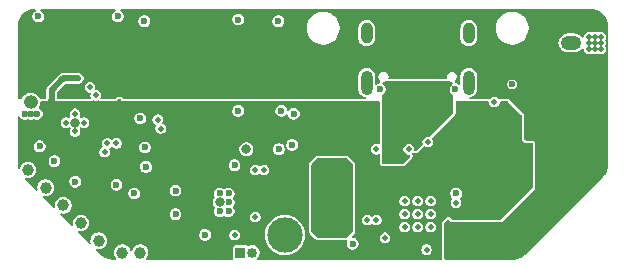
<source format=gbr>
%TF.GenerationSoftware,KiCad,Pcbnew,9.0.6-9.0.6~ubuntu25.04.1*%
%TF.CreationDate,2025-12-27T12:18:54+10:00*%
%TF.ProjectId,Stormbreaker,53746f72-6d62-4726-9561-6b65722e6b69,rev?*%
%TF.SameCoordinates,Original*%
%TF.FileFunction,Copper,L3,Inr*%
%TF.FilePolarity,Positive*%
%FSLAX46Y46*%
G04 Gerber Fmt 4.6, Leading zero omitted, Abs format (unit mm)*
G04 Created by KiCad (PCBNEW 9.0.6-9.0.6~ubuntu25.04.1) date 2025-12-27 12:18:54*
%MOMM*%
%LPD*%
G01*
G04 APERTURE LIST*
G04 Aperture macros list*
%AMRoundRect*
0 Rectangle with rounded corners*
0 $1 Rounding radius*
0 $2 $3 $4 $5 $6 $7 $8 $9 X,Y pos of 4 corners*
0 Add a 4 corners polygon primitive as box body*
4,1,4,$2,$3,$4,$5,$6,$7,$8,$9,$2,$3,0*
0 Add four circle primitives for the rounded corners*
1,1,$1+$1,$2,$3*
1,1,$1+$1,$4,$5*
1,1,$1+$1,$6,$7*
1,1,$1+$1,$8,$9*
0 Add four rect primitives between the rounded corners*
20,1,$1+$1,$2,$3,$4,$5,0*
20,1,$1+$1,$4,$5,$6,$7,0*
20,1,$1+$1,$6,$7,$8,$9,0*
20,1,$1+$1,$8,$9,$2,$3,0*%
G04 Aperture macros list end*
%TA.AperFunction,ComponentPad*%
%ADD10C,3.000000*%
%TD*%
%TA.AperFunction,ComponentPad*%
%ADD11C,1.000000*%
%TD*%
%TA.AperFunction,HeatsinkPad*%
%ADD12C,0.500000*%
%TD*%
%TA.AperFunction,HeatsinkPad*%
%ADD13O,1.000000X2.100000*%
%TD*%
%TA.AperFunction,HeatsinkPad*%
%ADD14O,1.000000X1.800000*%
%TD*%
%TA.AperFunction,ComponentPad*%
%ADD15RoundRect,0.250000X0.625000X-0.350000X0.625000X0.350000X-0.625000X0.350000X-0.625000X-0.350000X0*%
%TD*%
%TA.AperFunction,ComponentPad*%
%ADD16O,1.750000X1.200000*%
%TD*%
%TA.AperFunction,ComponentPad*%
%ADD17R,0.850000X0.850000*%
%TD*%
%TA.AperFunction,ComponentPad*%
%ADD18C,0.850000*%
%TD*%
%TA.AperFunction,ComponentPad*%
%ADD19R,1.200000X1.200000*%
%TD*%
%TA.AperFunction,ComponentPad*%
%ADD20O,1.200000X1.200000*%
%TD*%
%TA.AperFunction,ComponentPad*%
%ADD21C,0.600000*%
%TD*%
%TA.AperFunction,ViaPad*%
%ADD22C,0.500000*%
%TD*%
%TA.AperFunction,ViaPad*%
%ADD23C,0.600000*%
%TD*%
%TA.AperFunction,ViaPad*%
%ADD24C,0.800000*%
%TD*%
%TA.AperFunction,Conductor*%
%ADD25C,0.500000*%
%TD*%
G04 APERTURE END LIST*
D10*
%TO.N,GND*%
%TO.C,TP9*%
X136750000Y-60250000D03*
%TD*%
D11*
%TO.N,Net-(Q2-D)*%
%TO.C,TP4*%
X121000000Y-60750000D03*
%TD*%
%TO.N,D+*%
%TO.C,TP1*%
X124500000Y-61750000D03*
%TD*%
D12*
%TO.N,GND*%
%TO.C,U1*%
X146900000Y-57400000D03*
X146900000Y-58500000D03*
X146900000Y-59600000D03*
X148000000Y-57400000D03*
X148000000Y-58500000D03*
X148000000Y-59600000D03*
X149100000Y-57400000D03*
X149100000Y-58500000D03*
X149100000Y-59600000D03*
%TD*%
D11*
%TO.N,/Wii_SHUTDOWN*%
%TO.C,TP7*%
X118000000Y-57750000D03*
%TD*%
%TO.N,/LED*%
%TO.C,TP10*%
X115000000Y-54750000D03*
%TD*%
%TO.N,D-*%
%TO.C,TP2*%
X123000000Y-61750000D03*
%TD*%
D13*
%TO.N,GND*%
%TO.C,J2*%
X152320000Y-47355000D03*
D14*
X152320000Y-43175000D03*
D13*
X143680000Y-47355000D03*
D14*
X143680000Y-43175000D03*
%TD*%
D15*
%TO.N,/BATT*%
%TO.C,BT2*%
X161000000Y-46000000D03*
D16*
%TO.N,GND*%
X161000000Y-44000000D03*
%TD*%
D11*
%TO.N,/Wii_POWER*%
%TO.C,TP6*%
X119500000Y-59250000D03*
%TD*%
D17*
%TO.N,SDA*%
%TO.C,J5*%
X133000000Y-61750000D03*
D18*
%TO.N,SCL*%
X134000000Y-61750000D03*
%TD*%
D11*
%TO.N,/ALERT*%
%TO.C,TP11*%
X116500000Y-56250000D03*
%TD*%
D19*
%TO.N,/BATT*%
%TO.C,BT1*%
X115250000Y-47000000D03*
D20*
%TO.N,GND*%
X115250000Y-49000000D03*
%TD*%
D10*
%TO.N,VDD*%
%TO.C,TP5*%
X140750000Y-58750000D03*
%TD*%
D21*
%TO.N,GND*%
%TO.C,U4*%
X156000000Y-47500000D03*
%TD*%
D22*
%TO.N,GND*%
X162500000Y-44000000D03*
D23*
X136250000Y-53000000D03*
X122625000Y-41750000D03*
X151200000Y-47930000D03*
D22*
X163000000Y-44500000D03*
D23*
X114750000Y-50000000D03*
D22*
X163000000Y-43500000D03*
D23*
X137500000Y-50000000D03*
X131250000Y-58250000D03*
D22*
X163500000Y-44500000D03*
D23*
X132805000Y-49750000D03*
D22*
X154500000Y-49000000D03*
D24*
X131250000Y-57500000D03*
X133500000Y-53000000D03*
D22*
X119000000Y-50000000D03*
X162500000Y-43500000D03*
X144500000Y-53000000D03*
X163500000Y-43500000D03*
D23*
X132805000Y-42025000D03*
D22*
X119000000Y-51500000D03*
D23*
X124855000Y-42150000D03*
X115750000Y-50000000D03*
D22*
X162500000Y-44500000D03*
D23*
X131250000Y-56750000D03*
X144800000Y-47930000D03*
X132000000Y-58250000D03*
D22*
X163500000Y-44000000D03*
X119750000Y-50750000D03*
D23*
X124000000Y-56750000D03*
X125000000Y-54500000D03*
X127500000Y-58500000D03*
D24*
X119000000Y-50750000D03*
D22*
X151250000Y-57520000D03*
D23*
X115875000Y-41750000D03*
X119000000Y-55750000D03*
X124505000Y-50400000D03*
X136205000Y-42150000D03*
X117250000Y-54000000D03*
X116000000Y-52750000D03*
X132000000Y-57500000D03*
D22*
X118250000Y-50750000D03*
D23*
X136455000Y-49750000D03*
X132000000Y-56750000D03*
D22*
X163000000Y-44000000D03*
D23*
X142500000Y-61000000D03*
X127500000Y-56500000D03*
X124905000Y-52850000D03*
X151250000Y-56750000D03*
X115250000Y-50000000D03*
D22*
X147250000Y-53000000D03*
D23*
%TO.N,/BATT*%
X161000000Y-47250000D03*
D24*
X151250000Y-60750000D03*
D22*
X163000000Y-46500000D03*
D24*
X153250000Y-60750000D03*
X152250000Y-60750000D03*
D22*
X163000000Y-46000000D03*
X162500000Y-46500000D03*
X163500000Y-46500000D03*
D23*
X115750000Y-46000000D03*
X160250000Y-47250000D03*
D22*
X162500000Y-45500000D03*
D24*
X153250000Y-59750000D03*
D23*
X161750000Y-47250000D03*
D24*
X152250000Y-61750000D03*
D23*
X114750000Y-46000000D03*
D22*
X163500000Y-45500000D03*
D24*
X152250000Y-59750000D03*
D23*
X151750000Y-61250000D03*
D24*
X151250000Y-61750000D03*
D23*
X152750000Y-61250000D03*
X115250000Y-46000000D03*
X151750000Y-60250000D03*
D22*
X163000000Y-45500000D03*
X163500000Y-46000000D03*
D24*
X153250000Y-61750000D03*
X151250000Y-59750000D03*
D22*
X162500000Y-46000000D03*
D23*
X152750000Y-60250000D03*
D22*
%TO.N,VBUS*%
X145250000Y-49000000D03*
D23*
X150400000Y-47930000D03*
X145600000Y-47930000D03*
X146250000Y-53750000D03*
X145500000Y-53000000D03*
X146250000Y-53000000D03*
X146250000Y-52250000D03*
X145500000Y-52250000D03*
D22*
X145750000Y-49000000D03*
D23*
X145500000Y-53750000D03*
D22*
%TO.N,VCC*%
X154000000Y-57250000D03*
X156750000Y-52500000D03*
X140500000Y-50250000D03*
X140000000Y-50250000D03*
X153000000Y-58250000D03*
X157250000Y-53250000D03*
X157250000Y-55250000D03*
X142000000Y-51750000D03*
X140000000Y-51750000D03*
X157250000Y-54250000D03*
X154500000Y-57250000D03*
X142000000Y-50750000D03*
X156000000Y-57250000D03*
X140000000Y-50750000D03*
X154500000Y-58750000D03*
X141500000Y-51750000D03*
X153500000Y-58750000D03*
X155500000Y-56750000D03*
X154500000Y-57750000D03*
X141500000Y-50750000D03*
X141000000Y-51750000D03*
D23*
X155250000Y-56000000D03*
D22*
X154000000Y-58750000D03*
D23*
X156750000Y-56000000D03*
D22*
X155500000Y-57750000D03*
X140500000Y-49750000D03*
X155000000Y-57750000D03*
X153500000Y-58250000D03*
D23*
X156000000Y-56000000D03*
D22*
X141000000Y-50750000D03*
X141500000Y-51250000D03*
X155500000Y-57250000D03*
X140000000Y-51250000D03*
X140500000Y-50750000D03*
D23*
X121601974Y-56898026D03*
D22*
X153000000Y-58750000D03*
X141000000Y-50250000D03*
X156000000Y-56750000D03*
D23*
X156500000Y-53500000D03*
D22*
X117000000Y-49315686D03*
X154000000Y-58250000D03*
X154000000Y-57750000D03*
X119260000Y-47000000D03*
X141000000Y-51250000D03*
X157250000Y-53750000D03*
X157250000Y-54750000D03*
X122750000Y-49000000D03*
X155250000Y-52500000D03*
X141500000Y-49750000D03*
X155000000Y-56750000D03*
X156000000Y-52500000D03*
X140500000Y-51750000D03*
X142000000Y-49750000D03*
X155000000Y-57250000D03*
X142000000Y-51250000D03*
X154500000Y-56750000D03*
X152250000Y-58480000D03*
D23*
X156050000Y-54250000D03*
D22*
X156500000Y-56750000D03*
D23*
X155500000Y-53500000D03*
D22*
X141500000Y-50250000D03*
X151250000Y-58480000D03*
D23*
X155500000Y-55000000D03*
D22*
X153500000Y-57750000D03*
X140500000Y-51250000D03*
X140000000Y-49750000D03*
X154500000Y-58250000D03*
X141000000Y-49750000D03*
D23*
X156500000Y-55000000D03*
D22*
X155000000Y-58250000D03*
X142000000Y-50250000D03*
D23*
%TO.N,SD_VCC*%
X130000000Y-60250000D03*
X132500000Y-54350000D03*
D22*
%TO.N,SD_D1*%
X132500000Y-60250000D03*
X135000000Y-54750000D03*
%TO.N,SD_D0*%
X134250000Y-58750000D03*
X134250000Y-54750000D03*
%TO.N,Net-(U1-TS)*%
X148750000Y-61500000D03*
X148860624Y-52389376D03*
%TO.N,SCL*%
X121736090Y-52513910D03*
%TO.N,SDA*%
X121500000Y-53250000D03*
%TO.N,SDA_2*%
X143750000Y-59000000D03*
X126250000Y-51250000D03*
%TO.N,SCL_2*%
X144500000Y-59000000D03*
X126000000Y-50500000D03*
%TO.N,/BQ_~{INT}*%
X145250000Y-60500000D03*
X122500000Y-52500000D03*
%TO.N,/PA0*%
X120750000Y-48432900D03*
D23*
X122500000Y-56000000D03*
%TO.N,Net-(Q1-G)*%
X137378750Y-52628750D03*
D22*
X120250000Y-47750000D03*
D24*
%TO.N,VDD*%
X140000000Y-56000000D03*
X141500000Y-54500000D03*
X140000000Y-54500000D03*
X140750000Y-54500000D03*
X140000000Y-55250000D03*
X141500000Y-55250000D03*
X141500000Y-56000000D03*
X140750000Y-55250000D03*
X140750000Y-56000000D03*
%TD*%
D25*
%TO.N,VCC*%
X118000000Y-47000000D02*
X117000000Y-48000000D01*
X119260000Y-47000000D02*
X118000000Y-47000000D01*
X117000000Y-48000000D02*
X117000000Y-49315686D01*
%TD*%
%TA.AperFunction,Conductor*%
%TO.N,VDD*%
G36*
X142015677Y-53769685D02*
G01*
X142036319Y-53786319D01*
X142463681Y-54213681D01*
X142497166Y-54275004D01*
X142500000Y-54301362D01*
X142500000Y-59948638D01*
X142480315Y-60015677D01*
X142463681Y-60036319D01*
X142036319Y-60463681D01*
X141974996Y-60497166D01*
X141948638Y-60500000D01*
X139551362Y-60500000D01*
X139484323Y-60480315D01*
X139463681Y-60463681D01*
X139036319Y-60036319D01*
X139002834Y-59974996D01*
X139000000Y-59948638D01*
X139000000Y-54301362D01*
X139019685Y-54234323D01*
X139036319Y-54213681D01*
X139463681Y-53786319D01*
X139525004Y-53752834D01*
X139551362Y-53750000D01*
X141948638Y-53750000D01*
X142015677Y-53769685D01*
G37*
%TD.AperFunction*%
%TD*%
%TA.AperFunction,Conductor*%
%TO.N,VCC*%
G36*
X142500000Y-52000000D02*
G01*
X142250000Y-52250000D01*
X139750000Y-52250000D01*
X139500000Y-52000001D01*
X139500000Y-49250000D01*
X142500000Y-49250000D01*
X142500000Y-52000000D01*
G37*
%TD.AperFunction*%
%TD*%
%TA.AperFunction,Conductor*%
%TO.N,VCC*%
G36*
X156000000Y-58000000D02*
G01*
X150750000Y-58000000D01*
X150921449Y-57828551D01*
X150973387Y-57880489D01*
X151076114Y-57939799D01*
X151190691Y-57970500D01*
X151190694Y-57970500D01*
X151309306Y-57970500D01*
X151309309Y-57970500D01*
X151423886Y-57939799D01*
X151526613Y-57880489D01*
X151610489Y-57796613D01*
X151669799Y-57693886D01*
X151700500Y-57579309D01*
X151700500Y-57460691D01*
X151669799Y-57346114D01*
X151610489Y-57243387D01*
X151610487Y-57243385D01*
X151606425Y-57236349D01*
X151608652Y-57235062D01*
X151588078Y-57181849D01*
X151593219Y-57156780D01*
X152500000Y-56250000D01*
X157750000Y-56250000D01*
X156000000Y-58000000D01*
G37*
%TD.AperFunction*%
%TD*%
%TA.AperFunction,Conductor*%
%TO.N,/BATT*%
G36*
X115688518Y-41172174D02*
G01*
X115710192Y-41224500D01*
X115688518Y-41276826D01*
X115673192Y-41288586D01*
X115567685Y-41349500D01*
X115474500Y-41442685D01*
X115408610Y-41556809D01*
X115408606Y-41556818D01*
X115374500Y-41684105D01*
X115374500Y-41815894D01*
X115408606Y-41943181D01*
X115408610Y-41943190D01*
X115462155Y-42035932D01*
X115474500Y-42057314D01*
X115567686Y-42150500D01*
X115681814Y-42216392D01*
X115809105Y-42250499D01*
X115809106Y-42250500D01*
X115809108Y-42250500D01*
X115940894Y-42250500D01*
X115940894Y-42250499D01*
X116068186Y-42216392D01*
X116182314Y-42150500D01*
X116275500Y-42057314D01*
X116341392Y-41943186D01*
X116375499Y-41815894D01*
X116375500Y-41815894D01*
X116375500Y-41684106D01*
X116375499Y-41684105D01*
X116375366Y-41683610D01*
X116341392Y-41556814D01*
X116275500Y-41442686D01*
X116182314Y-41349500D01*
X116076807Y-41288585D01*
X116042329Y-41243653D01*
X116049722Y-41187500D01*
X116094655Y-41153021D01*
X116113808Y-41150500D01*
X122386192Y-41150500D01*
X122438518Y-41172174D01*
X122460192Y-41224500D01*
X122438518Y-41276826D01*
X122423192Y-41288586D01*
X122317685Y-41349500D01*
X122224500Y-41442685D01*
X122158610Y-41556809D01*
X122158606Y-41556818D01*
X122124500Y-41684105D01*
X122124500Y-41815894D01*
X122158606Y-41943181D01*
X122158610Y-41943190D01*
X122212155Y-42035932D01*
X122224500Y-42057314D01*
X122317686Y-42150500D01*
X122431814Y-42216392D01*
X122559105Y-42250499D01*
X122559106Y-42250500D01*
X122559108Y-42250500D01*
X122690894Y-42250500D01*
X122690894Y-42250499D01*
X122818186Y-42216392D01*
X122932314Y-42150500D01*
X122998709Y-42084105D01*
X124354500Y-42084105D01*
X124354500Y-42215894D01*
X124388606Y-42343181D01*
X124388610Y-42343190D01*
X124436132Y-42425500D01*
X124454500Y-42457314D01*
X124547686Y-42550500D01*
X124661814Y-42616392D01*
X124789105Y-42650499D01*
X124789106Y-42650500D01*
X124789108Y-42650500D01*
X124920894Y-42650500D01*
X124920894Y-42650499D01*
X125048186Y-42616392D01*
X125162314Y-42550500D01*
X125255500Y-42457314D01*
X125321392Y-42343186D01*
X125355499Y-42215894D01*
X125355500Y-42215894D01*
X125355500Y-42084106D01*
X125355499Y-42084105D01*
X125352925Y-42074500D01*
X125322006Y-41959105D01*
X132304500Y-41959105D01*
X132304500Y-42090894D01*
X132338606Y-42218181D01*
X132338610Y-42218190D01*
X132376158Y-42283225D01*
X132404500Y-42332314D01*
X132497686Y-42425500D01*
X132611814Y-42491392D01*
X132739105Y-42525499D01*
X132739106Y-42525500D01*
X132739108Y-42525500D01*
X132870894Y-42525500D01*
X132870894Y-42525499D01*
X132998186Y-42491392D01*
X133112314Y-42425500D01*
X133205500Y-42332314D01*
X133271392Y-42218186D01*
X133305499Y-42090894D01*
X133305500Y-42090894D01*
X133305500Y-42084105D01*
X135704500Y-42084105D01*
X135704500Y-42215894D01*
X135738606Y-42343181D01*
X135738610Y-42343190D01*
X135786132Y-42425500D01*
X135804500Y-42457314D01*
X135897686Y-42550500D01*
X136011814Y-42616392D01*
X136139105Y-42650499D01*
X136139106Y-42650500D01*
X136139108Y-42650500D01*
X136270894Y-42650500D01*
X136270894Y-42650499D01*
X136310914Y-42639776D01*
X138599500Y-42639776D01*
X138599500Y-42860223D01*
X138633984Y-43077948D01*
X138633987Y-43077961D01*
X138702103Y-43287602D01*
X138702104Y-43287605D01*
X138702105Y-43287606D01*
X138797238Y-43474314D01*
X138802186Y-43484023D01*
X138802186Y-43484024D01*
X138848896Y-43548314D01*
X138931758Y-43662365D01*
X139087635Y-43818242D01*
X139229288Y-43921158D01*
X139256172Y-43940691D01*
X139265978Y-43947815D01*
X139462394Y-44047895D01*
X139462397Y-44047896D01*
X139462396Y-44047896D01*
X139672038Y-44116012D01*
X139672044Y-44116013D01*
X139672049Y-44116015D01*
X139780913Y-44133257D01*
X139889776Y-44150500D01*
X139889778Y-44150500D01*
X140110224Y-44150500D01*
X140197313Y-44136706D01*
X140327951Y-44116015D01*
X140327958Y-44116012D01*
X140327961Y-44116012D01*
X140442359Y-44078842D01*
X140537606Y-44047895D01*
X140734022Y-43947815D01*
X140912365Y-43818242D01*
X141068242Y-43662365D01*
X141197815Y-43484022D01*
X141297895Y-43287606D01*
X141365284Y-43080201D01*
X141366012Y-43077961D01*
X141366012Y-43077958D01*
X141366015Y-43077951D01*
X141400500Y-42860222D01*
X141400500Y-42706007D01*
X142979500Y-42706007D01*
X142979500Y-43643993D01*
X142985445Y-43673882D01*
X143006418Y-43779322D01*
X143006421Y-43779332D01*
X143059223Y-43906808D01*
X143059224Y-43906810D01*
X143059225Y-43906811D01*
X143135886Y-44021542D01*
X143233458Y-44119114D01*
X143348189Y-44195775D01*
X143348190Y-44195775D01*
X143348191Y-44195776D01*
X143432863Y-44230848D01*
X143475672Y-44248580D01*
X143611007Y-44275500D01*
X143611009Y-44275500D01*
X143748991Y-44275500D01*
X143748993Y-44275500D01*
X143884328Y-44248580D01*
X144011811Y-44195775D01*
X144126542Y-44119114D01*
X144224114Y-44021542D01*
X144300775Y-43906811D01*
X144353580Y-43779328D01*
X144380500Y-43643993D01*
X144380500Y-42706007D01*
X151619500Y-42706007D01*
X151619500Y-43643993D01*
X151625445Y-43673882D01*
X151646418Y-43779322D01*
X151646421Y-43779332D01*
X151699223Y-43906808D01*
X151699224Y-43906810D01*
X151699225Y-43906811D01*
X151775886Y-44021542D01*
X151873458Y-44119114D01*
X151988189Y-44195775D01*
X151988190Y-44195775D01*
X151988191Y-44195776D01*
X152072863Y-44230848D01*
X152115672Y-44248580D01*
X152251007Y-44275500D01*
X152251009Y-44275500D01*
X152388991Y-44275500D01*
X152388993Y-44275500D01*
X152524328Y-44248580D01*
X152651811Y-44195775D01*
X152766542Y-44119114D01*
X152864114Y-44021542D01*
X152940775Y-43906811D01*
X152993580Y-43779328D01*
X153020500Y-43643993D01*
X153020500Y-42706007D01*
X153007326Y-42639776D01*
X154599500Y-42639776D01*
X154599500Y-42860223D01*
X154633984Y-43077948D01*
X154633987Y-43077961D01*
X154702103Y-43287602D01*
X154702104Y-43287605D01*
X154702105Y-43287606D01*
X154797238Y-43474314D01*
X154802186Y-43484023D01*
X154802186Y-43484024D01*
X154848896Y-43548314D01*
X154931758Y-43662365D01*
X155087635Y-43818242D01*
X155229288Y-43921158D01*
X155256172Y-43940691D01*
X155265978Y-43947815D01*
X155462394Y-44047895D01*
X155462397Y-44047896D01*
X155462396Y-44047896D01*
X155672038Y-44116012D01*
X155672044Y-44116013D01*
X155672049Y-44116015D01*
X155780913Y-44133257D01*
X155889776Y-44150500D01*
X155889778Y-44150500D01*
X156110224Y-44150500D01*
X156197313Y-44136706D01*
X156327951Y-44116015D01*
X156327958Y-44116012D01*
X156327961Y-44116012D01*
X156442359Y-44078842D01*
X156537606Y-44047895D01*
X156734022Y-43947815D01*
X156770712Y-43921158D01*
X159924500Y-43921158D01*
X159924500Y-44078842D01*
X159934661Y-44129925D01*
X159955261Y-44233491D01*
X159955264Y-44233501D01*
X160015603Y-44379174D01*
X160015605Y-44379177D01*
X160015606Y-44379179D01*
X160103211Y-44510289D01*
X160214711Y-44621789D01*
X160345821Y-44709394D01*
X160345826Y-44709396D01*
X160345825Y-44709396D01*
X160491498Y-44769735D01*
X160491503Y-44769737D01*
X160646158Y-44800500D01*
X160646160Y-44800500D01*
X161353840Y-44800500D01*
X161353842Y-44800500D01*
X161508497Y-44769737D01*
X161654179Y-44709394D01*
X161785289Y-44621789D01*
X161896789Y-44510289D01*
X161913972Y-44484572D01*
X161961062Y-44453107D01*
X162016611Y-44464155D01*
X162048078Y-44511247D01*
X162049500Y-44525685D01*
X162049500Y-44559311D01*
X162080199Y-44673882D01*
X162080201Y-44673887D01*
X162139508Y-44776609D01*
X162139509Y-44776610D01*
X162139511Y-44776613D01*
X162223387Y-44860489D01*
X162223389Y-44860490D01*
X162223390Y-44860491D01*
X162326112Y-44919798D01*
X162326114Y-44919799D01*
X162326115Y-44919799D01*
X162326117Y-44919800D01*
X162383402Y-44935149D01*
X162440688Y-44950499D01*
X162440689Y-44950500D01*
X162440691Y-44950500D01*
X162559311Y-44950500D01*
X162559311Y-44950499D01*
X162673886Y-44919799D01*
X162673888Y-44919797D01*
X162673890Y-44919797D01*
X162712999Y-44897217D01*
X162769152Y-44889823D01*
X162787001Y-44897217D01*
X162826109Y-44919797D01*
X162826117Y-44919800D01*
X162883402Y-44935149D01*
X162940688Y-44950499D01*
X162940689Y-44950500D01*
X162940691Y-44950500D01*
X163059311Y-44950500D01*
X163059311Y-44950499D01*
X163173886Y-44919799D01*
X163173888Y-44919797D01*
X163173890Y-44919797D01*
X163212999Y-44897217D01*
X163269152Y-44889823D01*
X163287001Y-44897217D01*
X163326109Y-44919797D01*
X163326117Y-44919800D01*
X163383402Y-44935149D01*
X163440688Y-44950499D01*
X163440689Y-44950500D01*
X163440691Y-44950500D01*
X163559311Y-44950500D01*
X163559311Y-44950499D01*
X163673886Y-44919799D01*
X163776613Y-44860489D01*
X163860489Y-44776613D01*
X163919799Y-44673886D01*
X163950499Y-44559311D01*
X163950500Y-44559311D01*
X163950500Y-44440689D01*
X163950499Y-44440688D01*
X163919800Y-44326117D01*
X163919797Y-44326109D01*
X163897217Y-44287001D01*
X163889823Y-44230848D01*
X163897217Y-44212999D01*
X163919797Y-44173890D01*
X163919800Y-44173882D01*
X163933348Y-44123321D01*
X163950499Y-44059311D01*
X163950500Y-44059311D01*
X163950500Y-43940689D01*
X163950499Y-43940688D01*
X163919800Y-43826117D01*
X163919797Y-43826109D01*
X163897217Y-43787001D01*
X163889823Y-43730848D01*
X163897217Y-43712999D01*
X163919797Y-43673890D01*
X163919800Y-43673882D01*
X163927809Y-43643991D01*
X163950499Y-43559311D01*
X163950500Y-43559311D01*
X163950500Y-43440689D01*
X163950499Y-43440688D01*
X163919800Y-43326117D01*
X163919798Y-43326112D01*
X163860491Y-43223390D01*
X163860490Y-43223389D01*
X163860489Y-43223387D01*
X163776613Y-43139511D01*
X163776610Y-43139509D01*
X163776609Y-43139508D01*
X163673887Y-43080201D01*
X163673882Y-43080199D01*
X163559311Y-43049500D01*
X163559309Y-43049500D01*
X163440691Y-43049500D01*
X163440689Y-43049500D01*
X163326114Y-43080200D01*
X163286999Y-43102783D01*
X163230846Y-43110175D01*
X163213001Y-43102783D01*
X163173885Y-43080200D01*
X163173886Y-43080200D01*
X163059311Y-43049500D01*
X163059309Y-43049500D01*
X162940691Y-43049500D01*
X162940689Y-43049500D01*
X162826114Y-43080200D01*
X162786999Y-43102783D01*
X162730846Y-43110175D01*
X162713001Y-43102783D01*
X162673885Y-43080200D01*
X162673886Y-43080200D01*
X162559311Y-43049500D01*
X162559309Y-43049500D01*
X162440691Y-43049500D01*
X162440689Y-43049500D01*
X162326117Y-43080199D01*
X162326112Y-43080201D01*
X162223390Y-43139508D01*
X162139508Y-43223390D01*
X162080201Y-43326112D01*
X162080199Y-43326117D01*
X162049500Y-43440688D01*
X162049500Y-43474314D01*
X162027826Y-43526640D01*
X161975500Y-43548314D01*
X161923174Y-43526640D01*
X161913971Y-43515426D01*
X161896789Y-43489711D01*
X161785288Y-43378210D01*
X161752842Y-43356530D01*
X161654179Y-43290606D01*
X161654175Y-43290604D01*
X161654173Y-43290603D01*
X161654174Y-43290603D01*
X161508501Y-43230264D01*
X161508491Y-43230261D01*
X161404925Y-43209661D01*
X161353842Y-43199500D01*
X160646158Y-43199500D01*
X160602315Y-43208220D01*
X160491508Y-43230261D01*
X160491498Y-43230264D01*
X160345825Y-43290603D01*
X160214711Y-43378210D01*
X160214710Y-43378212D01*
X160103212Y-43489710D01*
X160103210Y-43489711D01*
X160015603Y-43620825D01*
X159955264Y-43766498D01*
X159955261Y-43766508D01*
X159937131Y-43857656D01*
X159924500Y-43921158D01*
X156770712Y-43921158D01*
X156912365Y-43818242D01*
X157068242Y-43662365D01*
X157197815Y-43484022D01*
X157297895Y-43287606D01*
X157365284Y-43080201D01*
X157366012Y-43077961D01*
X157366012Y-43077958D01*
X157366015Y-43077951D01*
X157400500Y-42860222D01*
X157400500Y-42639778D01*
X157389555Y-42570677D01*
X157371600Y-42457314D01*
X157366015Y-42422049D01*
X157366013Y-42422044D01*
X157366012Y-42422038D01*
X157297896Y-42212397D01*
X157297895Y-42212396D01*
X157297895Y-42212394D01*
X157197815Y-42015978D01*
X157068242Y-41837635D01*
X156912365Y-41681758D01*
X156833493Y-41624454D01*
X156734024Y-41552186D01*
X156537602Y-41452103D01*
X156537603Y-41452103D01*
X156327961Y-41383987D01*
X156327948Y-41383984D01*
X156110224Y-41349500D01*
X156110222Y-41349500D01*
X155889778Y-41349500D01*
X155889776Y-41349500D01*
X155672051Y-41383984D01*
X155672038Y-41383987D01*
X155462397Y-41452103D01*
X155265976Y-41552186D01*
X155265975Y-41552186D01*
X155166444Y-41624500D01*
X155087635Y-41681758D01*
X154931758Y-41837635D01*
X154931755Y-41837638D01*
X154931755Y-41837639D01*
X154802186Y-42015975D01*
X154802186Y-42015976D01*
X154702103Y-42212397D01*
X154633987Y-42422038D01*
X154633984Y-42422051D01*
X154599500Y-42639776D01*
X153007326Y-42639776D01*
X152993580Y-42570672D01*
X152940775Y-42443189D01*
X152864114Y-42328458D01*
X152766542Y-42230886D01*
X152747541Y-42218190D01*
X152651808Y-42154223D01*
X152524332Y-42101421D01*
X152524322Y-42101418D01*
X152433694Y-42083391D01*
X152388993Y-42074500D01*
X152251007Y-42074500D01*
X152212642Y-42082131D01*
X152115677Y-42101418D01*
X152115667Y-42101421D01*
X151988191Y-42154223D01*
X151873461Y-42230883D01*
X151775883Y-42328461D01*
X151699223Y-42443191D01*
X151646421Y-42570667D01*
X151646418Y-42570677D01*
X151630380Y-42651308D01*
X151619500Y-42706007D01*
X144380500Y-42706007D01*
X144353580Y-42570672D01*
X144300775Y-42443189D01*
X144224114Y-42328458D01*
X144126542Y-42230886D01*
X144107541Y-42218190D01*
X144011808Y-42154223D01*
X143884332Y-42101421D01*
X143884322Y-42101418D01*
X143793694Y-42083391D01*
X143748993Y-42074500D01*
X143611007Y-42074500D01*
X143572642Y-42082131D01*
X143475677Y-42101418D01*
X143475667Y-42101421D01*
X143348191Y-42154223D01*
X143233461Y-42230883D01*
X143135883Y-42328461D01*
X143059223Y-42443191D01*
X143006421Y-42570667D01*
X143006418Y-42570677D01*
X142990380Y-42651308D01*
X142979500Y-42706007D01*
X141400500Y-42706007D01*
X141400500Y-42639778D01*
X141389555Y-42570677D01*
X141371600Y-42457314D01*
X141366015Y-42422049D01*
X141366013Y-42422044D01*
X141366012Y-42422038D01*
X141297896Y-42212397D01*
X141297895Y-42212396D01*
X141297895Y-42212394D01*
X141197815Y-42015978D01*
X141068242Y-41837635D01*
X140912365Y-41681758D01*
X140833493Y-41624454D01*
X140734024Y-41552186D01*
X140537602Y-41452103D01*
X140537603Y-41452103D01*
X140327961Y-41383987D01*
X140327948Y-41383984D01*
X140110224Y-41349500D01*
X140110222Y-41349500D01*
X139889778Y-41349500D01*
X139889776Y-41349500D01*
X139672051Y-41383984D01*
X139672038Y-41383987D01*
X139462397Y-41452103D01*
X139265976Y-41552186D01*
X139265975Y-41552186D01*
X139166444Y-41624500D01*
X139087635Y-41681758D01*
X138931758Y-41837635D01*
X138931755Y-41837638D01*
X138931755Y-41837639D01*
X138802186Y-42015975D01*
X138802186Y-42015976D01*
X138702103Y-42212397D01*
X138633987Y-42422038D01*
X138633984Y-42422051D01*
X138599500Y-42639776D01*
X136310914Y-42639776D01*
X136398186Y-42616392D01*
X136512314Y-42550500D01*
X136605500Y-42457314D01*
X136671392Y-42343186D01*
X136705499Y-42215894D01*
X136705500Y-42215894D01*
X136705500Y-42084106D01*
X136705499Y-42084105D01*
X136702925Y-42074500D01*
X136671392Y-41956814D01*
X136605500Y-41842686D01*
X136512314Y-41749500D01*
X136457209Y-41717685D01*
X136398190Y-41683610D01*
X136398181Y-41683606D01*
X136270894Y-41649500D01*
X136270892Y-41649500D01*
X136139108Y-41649500D01*
X136139106Y-41649500D01*
X136011818Y-41683606D01*
X136011809Y-41683610D01*
X135897685Y-41749500D01*
X135804500Y-41842685D01*
X135738610Y-41956809D01*
X135738606Y-41956818D01*
X135704500Y-42084105D01*
X133305500Y-42084105D01*
X133305500Y-41959106D01*
X133305499Y-41959105D01*
X133271393Y-41831818D01*
X133271392Y-41831814D01*
X133205500Y-41717686D01*
X133112314Y-41624500D01*
X132998190Y-41558610D01*
X132998181Y-41558606D01*
X132870894Y-41524500D01*
X132870892Y-41524500D01*
X132739108Y-41524500D01*
X132739106Y-41524500D01*
X132611818Y-41558606D01*
X132611809Y-41558610D01*
X132497685Y-41624500D01*
X132404500Y-41717685D01*
X132338610Y-41831809D01*
X132338606Y-41831818D01*
X132304500Y-41959105D01*
X125322006Y-41959105D01*
X125321392Y-41956814D01*
X125255500Y-41842686D01*
X125162314Y-41749500D01*
X125107209Y-41717685D01*
X125048190Y-41683610D01*
X125048181Y-41683606D01*
X124920894Y-41649500D01*
X124920892Y-41649500D01*
X124789108Y-41649500D01*
X124789106Y-41649500D01*
X124661818Y-41683606D01*
X124661809Y-41683610D01*
X124547685Y-41749500D01*
X124454500Y-41842685D01*
X124388610Y-41956809D01*
X124388606Y-41956818D01*
X124354500Y-42084105D01*
X122998709Y-42084105D01*
X123025500Y-42057314D01*
X123029105Y-42051068D01*
X123034194Y-42042257D01*
X123065150Y-41988637D01*
X123091392Y-41943186D01*
X123125499Y-41815894D01*
X123125500Y-41815894D01*
X123125500Y-41684106D01*
X123125499Y-41684105D01*
X123125366Y-41683610D01*
X123091392Y-41556814D01*
X123025500Y-41442686D01*
X122932314Y-41349500D01*
X122826807Y-41288585D01*
X122792329Y-41243653D01*
X122799722Y-41187500D01*
X122844655Y-41153021D01*
X122863808Y-41150500D01*
X162715649Y-41150500D01*
X162747091Y-41150500D01*
X162752896Y-41150727D01*
X162955308Y-41166658D01*
X162966770Y-41168474D01*
X163161360Y-41215190D01*
X163172388Y-41218773D01*
X163312539Y-41276826D01*
X163357281Y-41295359D01*
X163367627Y-41300631D01*
X163538249Y-41405188D01*
X163547643Y-41412013D01*
X163699812Y-41541976D01*
X163708021Y-41550185D01*
X163713683Y-41556814D01*
X163837986Y-41702356D01*
X163844811Y-41711750D01*
X163949368Y-41882372D01*
X163954640Y-41892718D01*
X164031223Y-42077603D01*
X164034811Y-42088647D01*
X164081524Y-42283225D01*
X164083341Y-42294694D01*
X164099272Y-42497103D01*
X164099500Y-42502909D01*
X164099500Y-48750000D01*
X154917403Y-48750000D01*
X154865077Y-48728326D01*
X154862575Y-48725473D01*
X154827539Y-48690437D01*
X154776613Y-48639511D01*
X154776610Y-48639509D01*
X154776609Y-48639508D01*
X154673887Y-48580201D01*
X154673882Y-48580199D01*
X154559311Y-48549500D01*
X154559309Y-48549500D01*
X154440691Y-48549500D01*
X154440689Y-48549500D01*
X154326117Y-48580199D01*
X154326112Y-48580201D01*
X154223390Y-48639508D01*
X154136081Y-48726817D01*
X154134336Y-48725072D01*
X154092253Y-48749367D01*
X154082597Y-48750000D01*
X152413875Y-48750000D01*
X152361549Y-48728326D01*
X152339875Y-48676000D01*
X152361549Y-48623674D01*
X152399436Y-48603422D01*
X152524328Y-48578580D01*
X152651811Y-48525775D01*
X152766542Y-48449114D01*
X152864114Y-48351542D01*
X152940775Y-48236811D01*
X152993580Y-48109328D01*
X153020500Y-47973993D01*
X153020500Y-47447270D01*
X155599500Y-47447270D01*
X155599500Y-47552729D01*
X155626791Y-47654582D01*
X155626795Y-47654591D01*
X155666514Y-47723386D01*
X155679520Y-47745913D01*
X155754087Y-47820480D01*
X155845413Y-47873207D01*
X155947270Y-47900499D01*
X155947271Y-47900500D01*
X155947273Y-47900500D01*
X156052729Y-47900500D01*
X156052729Y-47900499D01*
X156154587Y-47873207D01*
X156245913Y-47820480D01*
X156320480Y-47745913D01*
X156373207Y-47654587D01*
X156400499Y-47552729D01*
X156400500Y-47552729D01*
X156400500Y-47447271D01*
X156400499Y-47447270D01*
X156377246Y-47360489D01*
X156373207Y-47345413D01*
X156320480Y-47254087D01*
X156245913Y-47179520D01*
X156236148Y-47173882D01*
X156154591Y-47126795D01*
X156154582Y-47126791D01*
X156052729Y-47099500D01*
X156052727Y-47099500D01*
X155947273Y-47099500D01*
X155947271Y-47099500D01*
X155845417Y-47126791D01*
X155845408Y-47126795D01*
X155754086Y-47179520D01*
X155679520Y-47254086D01*
X155626795Y-47345408D01*
X155626791Y-47345417D01*
X155599500Y-47447270D01*
X153020500Y-47447270D01*
X153020500Y-46736007D01*
X152993580Y-46600672D01*
X152993578Y-46600667D01*
X152940776Y-46473191D01*
X152930956Y-46458495D01*
X152864114Y-46358458D01*
X152766542Y-46260886D01*
X152651811Y-46184225D01*
X152651810Y-46184224D01*
X152651808Y-46184223D01*
X152524332Y-46131421D01*
X152524322Y-46131418D01*
X152433694Y-46113391D01*
X152388993Y-46104500D01*
X152251007Y-46104500D01*
X152212642Y-46112131D01*
X152115677Y-46131418D01*
X152115667Y-46131421D01*
X151988191Y-46184223D01*
X151873461Y-46260883D01*
X151775883Y-46358461D01*
X151699223Y-46473191D01*
X151646421Y-46600667D01*
X151646418Y-46600677D01*
X151619500Y-46736008D01*
X151619500Y-47466098D01*
X151597826Y-47518424D01*
X151545500Y-47540098D01*
X151508500Y-47530184D01*
X151393190Y-47463610D01*
X151393181Y-47463606D01*
X151265894Y-47429500D01*
X151265892Y-47429500D01*
X151260615Y-47429500D01*
X151208289Y-47407826D01*
X151190100Y-47377942D01*
X151186759Y-47367445D01*
X151186669Y-47360252D01*
X151159805Y-47272830D01*
X151152747Y-47260576D01*
X151150334Y-47252992D01*
X151152104Y-47232109D01*
X151149389Y-47211327D01*
X151154636Y-47202248D01*
X151155119Y-47196557D01*
X151160598Y-47191934D01*
X151168521Y-47178226D01*
X151230485Y-47116263D01*
X151286503Y-47019237D01*
X151315499Y-46911020D01*
X151315500Y-46911020D01*
X151315500Y-46798980D01*
X151315499Y-46798979D01*
X151295244Y-46723387D01*
X151286503Y-46690763D01*
X151230485Y-46593737D01*
X151151263Y-46514515D01*
X151079688Y-46473191D01*
X151054241Y-46458499D01*
X151054232Y-46458495D01*
X150946020Y-46429500D01*
X150946018Y-46429500D01*
X150833982Y-46429500D01*
X150833980Y-46429500D01*
X150725767Y-46458495D01*
X150725758Y-46458499D01*
X150628736Y-46514515D01*
X150549515Y-46593736D01*
X150493499Y-46690758D01*
X150493495Y-46690767D01*
X150464500Y-46798979D01*
X150464500Y-46911020D01*
X150475306Y-46951347D01*
X150467914Y-47007499D01*
X150422981Y-47041978D01*
X150403828Y-47044500D01*
X145596172Y-47044500D01*
X145543846Y-47022826D01*
X145522172Y-46970500D01*
X145524694Y-46951347D01*
X145535499Y-46911020D01*
X145535500Y-46911020D01*
X145535500Y-46798980D01*
X145535499Y-46798979D01*
X145515244Y-46723387D01*
X145506503Y-46690763D01*
X145450485Y-46593737D01*
X145371263Y-46514515D01*
X145299688Y-46473191D01*
X145274241Y-46458499D01*
X145274232Y-46458495D01*
X145166020Y-46429500D01*
X145166018Y-46429500D01*
X145053982Y-46429500D01*
X145053980Y-46429500D01*
X144945767Y-46458495D01*
X144945758Y-46458499D01*
X144848736Y-46514515D01*
X144769515Y-46593736D01*
X144713499Y-46690758D01*
X144713495Y-46690767D01*
X144684500Y-46798979D01*
X144684500Y-46911020D01*
X144713495Y-47019232D01*
X144713499Y-47019241D01*
X144769515Y-47116263D01*
X144831527Y-47178275D01*
X144835727Y-47188416D01*
X144844253Y-47195328D01*
X144845177Y-47211229D01*
X144853201Y-47230601D01*
X144850142Y-47251658D01*
X144849168Y-47254938D01*
X144824588Y-47316337D01*
X144816690Y-47340205D01*
X144815762Y-47367482D01*
X144813069Y-47376557D01*
X144800744Y-47391759D01*
X144792646Y-47409573D01*
X144783319Y-47413251D01*
X144777401Y-47420552D01*
X144760273Y-47422342D01*
X144742128Y-47429500D01*
X144734106Y-47429500D01*
X144606818Y-47463606D01*
X144606809Y-47463610D01*
X144491500Y-47530184D01*
X144435347Y-47537576D01*
X144390414Y-47503098D01*
X144380500Y-47466098D01*
X144380500Y-46736008D01*
X144353581Y-46600677D01*
X144353580Y-46600676D01*
X144353580Y-46600672D01*
X144353578Y-46600667D01*
X144300776Y-46473191D01*
X144290956Y-46458495D01*
X144224114Y-46358458D01*
X144126542Y-46260886D01*
X144011811Y-46184225D01*
X144011810Y-46184224D01*
X144011808Y-46184223D01*
X143884332Y-46131421D01*
X143884322Y-46131418D01*
X143793694Y-46113391D01*
X143748993Y-46104500D01*
X143611007Y-46104500D01*
X143572642Y-46112131D01*
X143475677Y-46131418D01*
X143475667Y-46131421D01*
X143348191Y-46184223D01*
X143233461Y-46260883D01*
X143135883Y-46358461D01*
X143059223Y-46473191D01*
X143006421Y-46600667D01*
X143006418Y-46600677D01*
X142988499Y-46690767D01*
X142979500Y-46736007D01*
X142979500Y-47973993D01*
X142984620Y-47999731D01*
X143006418Y-48109322D01*
X143006421Y-48109332D01*
X143059223Y-48236808D01*
X143059224Y-48236810D01*
X143059225Y-48236811D01*
X143135886Y-48351542D01*
X143233458Y-48449114D01*
X143348189Y-48525775D01*
X143475672Y-48578580D01*
X143600562Y-48603422D01*
X143647654Y-48634888D01*
X143658703Y-48690437D01*
X143627237Y-48737529D01*
X143586125Y-48750000D01*
X123167403Y-48750000D01*
X123115077Y-48728326D01*
X123112575Y-48725473D01*
X123077539Y-48690437D01*
X123026613Y-48639511D01*
X123026610Y-48639509D01*
X123026609Y-48639508D01*
X122923887Y-48580201D01*
X122923882Y-48580199D01*
X122809311Y-48549500D01*
X122809309Y-48549500D01*
X122690691Y-48549500D01*
X122690689Y-48549500D01*
X122576117Y-48580199D01*
X122576112Y-48580201D01*
X122473390Y-48639508D01*
X122386081Y-48726817D01*
X122384336Y-48725072D01*
X122342253Y-48749367D01*
X122332597Y-48750000D01*
X121215286Y-48750000D01*
X121162960Y-48728326D01*
X121141286Y-48676000D01*
X121151200Y-48639000D01*
X121153574Y-48634888D01*
X121169799Y-48606786D01*
X121200499Y-48492211D01*
X121200500Y-48492211D01*
X121200500Y-48373589D01*
X121200499Y-48373588D01*
X121169800Y-48259017D01*
X121169798Y-48259012D01*
X121110491Y-48156290D01*
X121110490Y-48156289D01*
X121110489Y-48156287D01*
X121026613Y-48072411D01*
X121026610Y-48072409D01*
X121026609Y-48072408D01*
X120923887Y-48013101D01*
X120923882Y-48013099D01*
X120809311Y-47982400D01*
X120809309Y-47982400D01*
X120750559Y-47982400D01*
X120698233Y-47960726D01*
X120676559Y-47908400D01*
X120679081Y-47889247D01*
X120695997Y-47826113D01*
X120700499Y-47809311D01*
X120700500Y-47809311D01*
X120700500Y-47690689D01*
X120700499Y-47690688D01*
X120690824Y-47654582D01*
X120669799Y-47576114D01*
X120656298Y-47552729D01*
X120610491Y-47473390D01*
X120610490Y-47473389D01*
X120610489Y-47473387D01*
X120526613Y-47389511D01*
X120526610Y-47389509D01*
X120526609Y-47389508D01*
X120423887Y-47330201D01*
X120423882Y-47330199D01*
X120309311Y-47299500D01*
X120309309Y-47299500D01*
X120190691Y-47299500D01*
X120190689Y-47299500D01*
X120076117Y-47330199D01*
X120076112Y-47330201D01*
X119973390Y-47389508D01*
X119889508Y-47473390D01*
X119830201Y-47576112D01*
X119830199Y-47576117D01*
X119799500Y-47690688D01*
X119799500Y-47809311D01*
X119830199Y-47923882D01*
X119830201Y-47923887D01*
X119889508Y-48026609D01*
X119889509Y-48026610D01*
X119889511Y-48026613D01*
X119973387Y-48110489D01*
X119973389Y-48110490D01*
X119973390Y-48110491D01*
X120052716Y-48156290D01*
X120076114Y-48169799D01*
X120076115Y-48169799D01*
X120076117Y-48169800D01*
X120126007Y-48183168D01*
X120190688Y-48200499D01*
X120190689Y-48200500D01*
X120249441Y-48200500D01*
X120301767Y-48222174D01*
X120323441Y-48274500D01*
X120320919Y-48293653D01*
X120299500Y-48373588D01*
X120299500Y-48492211D01*
X120330199Y-48606782D01*
X120330201Y-48606787D01*
X120348800Y-48639000D01*
X120356193Y-48695152D01*
X120321714Y-48740086D01*
X120284714Y-48750000D01*
X117524500Y-48750000D01*
X117472174Y-48728326D01*
X117450500Y-48676000D01*
X117450500Y-48217255D01*
X117472174Y-48164929D01*
X118164929Y-47472174D01*
X118217255Y-47450500D01*
X119319311Y-47450500D01*
X119319311Y-47450499D01*
X119433886Y-47419799D01*
X119536613Y-47360489D01*
X119620489Y-47276613D01*
X119679799Y-47173886D01*
X119710499Y-47059311D01*
X119710500Y-47059311D01*
X119710500Y-46940689D01*
X119710499Y-46940688D01*
X119679800Y-46826117D01*
X119679798Y-46826112D01*
X119620491Y-46723390D01*
X119620490Y-46723389D01*
X119620489Y-46723387D01*
X119536613Y-46639511D01*
X119536610Y-46639509D01*
X119536609Y-46639508D01*
X119433887Y-46580201D01*
X119433882Y-46580199D01*
X119319311Y-46549500D01*
X119319309Y-46549500D01*
X117940691Y-46549500D01*
X117940689Y-46549500D01*
X117826116Y-46580199D01*
X117723386Y-46639510D01*
X116639508Y-47723389D01*
X116580201Y-47826112D01*
X116577680Y-47835523D01*
X116577679Y-47835522D01*
X116577679Y-47835525D01*
X116549500Y-47940688D01*
X116549500Y-48676000D01*
X116527826Y-48728326D01*
X116475500Y-48750000D01*
X116062346Y-48750000D01*
X116010020Y-48728326D01*
X115993979Y-48704318D01*
X115990182Y-48695152D01*
X115967136Y-48639511D01*
X115959396Y-48620825D01*
X115959395Y-48620823D01*
X115959394Y-48620821D01*
X115871789Y-48489711D01*
X115760289Y-48378211D01*
X115753370Y-48373588D01*
X115720370Y-48351538D01*
X115629179Y-48290606D01*
X115629175Y-48290604D01*
X115629173Y-48290603D01*
X115629174Y-48290603D01*
X115483501Y-48230264D01*
X115483491Y-48230261D01*
X115379925Y-48209661D01*
X115328842Y-48199500D01*
X115171158Y-48199500D01*
X115127315Y-48208220D01*
X115016508Y-48230261D01*
X115016498Y-48230264D01*
X114870825Y-48290603D01*
X114739711Y-48378210D01*
X114739710Y-48378212D01*
X114628212Y-48489710D01*
X114628210Y-48489711D01*
X114540603Y-48620825D01*
X114506021Y-48704318D01*
X114465973Y-48744367D01*
X114437654Y-48750000D01*
X114224500Y-48750000D01*
X114172174Y-48728326D01*
X114150500Y-48676000D01*
X114150500Y-42502909D01*
X114150728Y-42497103D01*
X114152856Y-42470064D01*
X114166658Y-42294689D01*
X114168474Y-42283231D01*
X114215191Y-42088635D01*
X114218772Y-42077614D01*
X114295360Y-41892714D01*
X114300631Y-41882372D01*
X114324951Y-41842686D01*
X114405193Y-41711742D01*
X114412008Y-41702362D01*
X114541984Y-41550178D01*
X114550178Y-41541984D01*
X114702362Y-41412008D01*
X114711742Y-41405193D01*
X114882375Y-41300629D01*
X114892714Y-41295360D01*
X115077614Y-41218772D01*
X115088635Y-41215191D01*
X115283231Y-41168474D01*
X115294689Y-41166658D01*
X115497103Y-41150727D01*
X115502909Y-41150500D01*
X115534351Y-41150500D01*
X115636192Y-41150500D01*
X115688518Y-41172174D01*
G37*
%TD.AperFunction*%
%TD*%
%TA.AperFunction,Conductor*%
%TO.N,VCC*%
G36*
X157750000Y-54750000D02*
G01*
X157750000Y-56250000D01*
X152500000Y-56250000D01*
X152500000Y-54750000D01*
X154750000Y-52500000D01*
X157750000Y-52500000D01*
X157750000Y-54750000D01*
G37*
%TD.AperFunction*%
%TD*%
%TA.AperFunction,Conductor*%
%TO.N,VCC*%
G36*
X155000000Y-59000000D02*
G01*
X151000000Y-59000000D01*
X150750000Y-58750000D01*
X150750000Y-58000000D01*
X156000000Y-58000000D01*
X155000000Y-59000000D01*
G37*
%TD.AperFunction*%
%TD*%
%TA.AperFunction,Conductor*%
%TO.N,VCC*%
G36*
X119301662Y-46757520D02*
G01*
X119345157Y-46769175D01*
X119363004Y-46776568D01*
X119401995Y-46799080D01*
X119417316Y-46810836D01*
X119449156Y-46842675D01*
X119460915Y-46858000D01*
X119483433Y-46897001D01*
X119490826Y-46914848D01*
X119502478Y-46958330D01*
X119505000Y-46977484D01*
X119505000Y-47022511D01*
X119502478Y-47041665D01*
X119490824Y-47085154D01*
X119483432Y-47103000D01*
X119460917Y-47141997D01*
X119449157Y-47157323D01*
X119417323Y-47189157D01*
X119401997Y-47200917D01*
X119363000Y-47223432D01*
X119345154Y-47230824D01*
X119312906Y-47239465D01*
X119301663Y-47242478D01*
X119282511Y-47245000D01*
X118217255Y-47245000D01*
X118194962Y-47249434D01*
X118138619Y-47260641D01*
X118138609Y-47260644D01*
X118086290Y-47282315D01*
X118019622Y-47326861D01*
X117326861Y-48019622D01*
X117282315Y-48086290D01*
X117260644Y-48138609D01*
X117260641Y-48138619D01*
X117245000Y-48217256D01*
X117245000Y-48675998D01*
X117260641Y-48754635D01*
X117260644Y-48754645D01*
X117282314Y-48806962D01*
X117282316Y-48806966D01*
X117282317Y-48806967D01*
X117318945Y-48865261D01*
X117341910Y-48881555D01*
X117393533Y-48918183D01*
X117406451Y-48923534D01*
X117445859Y-48939857D01*
X117524500Y-48955500D01*
X117524502Y-48955500D01*
X120284713Y-48955500D01*
X120284714Y-48955500D01*
X120337901Y-48948498D01*
X120337905Y-48948496D01*
X120337910Y-48948496D01*
X120352843Y-48944494D01*
X120374901Y-48938584D01*
X120414324Y-48923535D01*
X120484748Y-48865186D01*
X120484759Y-48865170D01*
X120484963Y-48864961D01*
X120485081Y-48864909D01*
X120487947Y-48862535D01*
X120488630Y-48863360D01*
X120536872Y-48842307D01*
X120571470Y-48851230D01*
X120571631Y-48850842D01*
X120574382Y-48851981D01*
X120575266Y-48852209D01*
X120576114Y-48852699D01*
X120576116Y-48852699D01*
X120576117Y-48852700D01*
X120607254Y-48861043D01*
X120690688Y-48883399D01*
X120690689Y-48883400D01*
X120690691Y-48883400D01*
X120809311Y-48883400D01*
X120809311Y-48883399D01*
X120923886Y-48852699D01*
X120923890Y-48852696D01*
X120928369Y-48850842D01*
X120929354Y-48853221D01*
X120977239Y-48846896D01*
X121002952Y-48862217D01*
X121003786Y-48861043D01*
X121084319Y-48918183D01*
X121097237Y-48923534D01*
X121136645Y-48939857D01*
X121215286Y-48955500D01*
X121215288Y-48955500D01*
X122332611Y-48955500D01*
X122342502Y-48955175D01*
X122346040Y-48955060D01*
X122355696Y-48954427D01*
X122357604Y-48954293D01*
X122444998Y-48927338D01*
X122487081Y-48903043D01*
X122487080Y-48903042D01*
X122500144Y-48895501D01*
X122502624Y-48891463D01*
X122507318Y-48887252D01*
X122531391Y-48872127D01*
X122594110Y-48809406D01*
X122595594Y-48808076D01*
X122596857Y-48807631D01*
X122607999Y-48799081D01*
X122646998Y-48776565D01*
X122664840Y-48769175D01*
X122692855Y-48761668D01*
X122708337Y-48757521D01*
X122727488Y-48755000D01*
X122772511Y-48755000D01*
X122791662Y-48757520D01*
X122835157Y-48769175D01*
X122853003Y-48776567D01*
X122891991Y-48799077D01*
X122907317Y-48810837D01*
X122977199Y-48880718D01*
X122988876Y-48884438D01*
X123036435Y-48918183D01*
X123085691Y-48938585D01*
X123088762Y-48939857D01*
X123167403Y-48955500D01*
X123167405Y-48955500D01*
X143586125Y-48955500D01*
X143645778Y-48946651D01*
X143661149Y-48941987D01*
X143697069Y-48940222D01*
X143773875Y-48955500D01*
X143773877Y-48955500D01*
X144720500Y-48955500D01*
X144772826Y-48977174D01*
X144794500Y-49029500D01*
X144794500Y-52521665D01*
X144772826Y-52573991D01*
X144720500Y-52595665D01*
X144683502Y-52585752D01*
X144673889Y-52580202D01*
X144673882Y-52580199D01*
X144559311Y-52549500D01*
X144559309Y-52549500D01*
X144440691Y-52549500D01*
X144440689Y-52549500D01*
X144326117Y-52580199D01*
X144326112Y-52580201D01*
X144223390Y-52639508D01*
X144139508Y-52723390D01*
X144080201Y-52826112D01*
X144080199Y-52826117D01*
X144049500Y-52940688D01*
X144049500Y-53059311D01*
X144080199Y-53173882D01*
X144080201Y-53173887D01*
X144139508Y-53276609D01*
X144139509Y-53276610D01*
X144139511Y-53276613D01*
X144223387Y-53360489D01*
X144223389Y-53360490D01*
X144223390Y-53360491D01*
X144316501Y-53414249D01*
X144326114Y-53419799D01*
X144326115Y-53419799D01*
X144326117Y-53419800D01*
X144341904Y-53424030D01*
X144440688Y-53450499D01*
X144440689Y-53450500D01*
X144440691Y-53450500D01*
X144559311Y-53450500D01*
X144559311Y-53450499D01*
X144673886Y-53419799D01*
X144683499Y-53414248D01*
X144739651Y-53406855D01*
X144784585Y-53441332D01*
X144794500Y-53478334D01*
X144794500Y-54126000D01*
X144799197Y-54169684D01*
X144810407Y-54221215D01*
X144812888Y-54231370D01*
X144812889Y-54231372D01*
X144855899Y-54312083D01*
X144855901Y-54312087D01*
X144883841Y-54344331D01*
X144901655Y-54364889D01*
X144919246Y-54382843D01*
X144999061Y-54427489D01*
X144999062Y-54427489D01*
X144999063Y-54427490D01*
X144999196Y-54427529D01*
X145066098Y-54447174D01*
X145066099Y-54447174D01*
X145066102Y-54447175D01*
X145124000Y-54455500D01*
X145124004Y-54455500D01*
X146698623Y-54455500D01*
X146698638Y-54455500D01*
X146720607Y-54454322D01*
X146746965Y-54451488D01*
X146807453Y-54432547D01*
X146823473Y-54427532D01*
X146823474Y-54427531D01*
X146823482Y-54427529D01*
X146884805Y-54394044D01*
X146931629Y-54358991D01*
X147483129Y-53807491D01*
X147488214Y-53802222D01*
X147494246Y-53795744D01*
X147530780Y-53741071D01*
X147559805Y-53677515D01*
X147568830Y-53654051D01*
X147576284Y-53562900D01*
X147566340Y-53493742D01*
X147561248Y-53469127D01*
X147537215Y-53424028D01*
X147535461Y-53405981D01*
X147528523Y-53389230D01*
X147532824Y-53378845D01*
X147531737Y-53367659D01*
X147550195Y-53336906D01*
X147584183Y-53302918D01*
X147636508Y-53281245D01*
X147674180Y-53292514D01*
X147674238Y-53292391D01*
X147675063Y-53292778D01*
X147677144Y-53293400D01*
X147679024Y-53294636D01*
X147679025Y-53294636D01*
X147679028Y-53294638D01*
X147766500Y-53321293D01*
X147766502Y-53321293D01*
X147766508Y-53321295D01*
X147836199Y-53326279D01*
X147859712Y-53326519D01*
X147861332Y-53326536D01*
X147861332Y-53326535D01*
X147861334Y-53326536D01*
X147862244Y-53326279D01*
X147897228Y-53316393D01*
X147949344Y-53301666D01*
X148010667Y-53268181D01*
X148057492Y-53233128D01*
X148516438Y-52774180D01*
X148568761Y-52752508D01*
X148605758Y-52762421D01*
X148686738Y-52809175D01*
X148686740Y-52809175D01*
X148686741Y-52809176D01*
X148711806Y-52815892D01*
X148801312Y-52839875D01*
X148801313Y-52839876D01*
X148801315Y-52839876D01*
X148919935Y-52839876D01*
X148919935Y-52839875D01*
X149034510Y-52809175D01*
X149137237Y-52749865D01*
X149221113Y-52665989D01*
X149280423Y-52563262D01*
X149311123Y-52448687D01*
X149311124Y-52448687D01*
X149311124Y-52330065D01*
X149311123Y-52330064D01*
X149310065Y-52326117D01*
X149280423Y-52215490D01*
X149233669Y-52134511D01*
X149226277Y-52078361D01*
X149245428Y-52045189D01*
X151108991Y-50181628D01*
X151123693Y-50165261D01*
X151140327Y-50144619D01*
X151177490Y-50073574D01*
X151197175Y-50006535D01*
X151205500Y-49948637D01*
X151205500Y-49029500D01*
X151227174Y-48977174D01*
X151279500Y-48955500D01*
X152226125Y-48955500D01*
X152285778Y-48946651D01*
X152301149Y-48941987D01*
X152337069Y-48940222D01*
X152413875Y-48955500D01*
X153975500Y-48955500D01*
X154027826Y-48977174D01*
X154049500Y-49029500D01*
X154049500Y-49059311D01*
X154080199Y-49173882D01*
X154080201Y-49173887D01*
X154139508Y-49276609D01*
X154139509Y-49276610D01*
X154139511Y-49276613D01*
X154223387Y-49360489D01*
X154223389Y-49360490D01*
X154223390Y-49360491D01*
X154326112Y-49419798D01*
X154326114Y-49419799D01*
X154326115Y-49419799D01*
X154326117Y-49419800D01*
X154370439Y-49431676D01*
X154440688Y-49450499D01*
X154440689Y-49450500D01*
X154440691Y-49450500D01*
X154559311Y-49450500D01*
X154559311Y-49450499D01*
X154673886Y-49419799D01*
X154776613Y-49360489D01*
X154860489Y-49276613D01*
X154919799Y-49173886D01*
X154950499Y-49059311D01*
X154950500Y-49059311D01*
X154950500Y-49029500D01*
X154972174Y-48977174D01*
X155024500Y-48955500D01*
X155634228Y-48955500D01*
X155686554Y-48977174D01*
X156772826Y-50063446D01*
X156794500Y-50115772D01*
X156794500Y-52061516D01*
X156794501Y-52061559D01*
X156795329Y-52077020D01*
X156795330Y-52077037D01*
X156795677Y-52083501D01*
X156797660Y-52101946D01*
X156797692Y-52101942D01*
X156797944Y-52104596D01*
X156799322Y-52117410D01*
X156802183Y-52121609D01*
X156813837Y-52158820D01*
X156816878Y-52171935D01*
X156817508Y-52173232D01*
X156818240Y-52172876D01*
X156821528Y-52183374D01*
X156822466Y-52186370D01*
X156822468Y-52186374D01*
X156834711Y-52208798D01*
X156836309Y-52211896D01*
X156847473Y-52234854D01*
X156880272Y-52283272D01*
X156880280Y-52283282D01*
X156882238Y-52285434D01*
X156888934Y-52292452D01*
X156943554Y-52347072D01*
X156950982Y-52355746D01*
X156970426Y-52382363D01*
X156979415Y-52392243D01*
X156979420Y-52392247D01*
X156979422Y-52392250D01*
X156979430Y-52392259D01*
X156998726Y-52410865D01*
X156998738Y-52410875D01*
X156998740Y-52410877D01*
X157023421Y-52431744D01*
X157098201Y-52471990D01*
X157116408Y-52477336D01*
X157165235Y-52491674D01*
X157165238Y-52491674D01*
X157165240Y-52491675D01*
X157223138Y-52500000D01*
X154750000Y-52500000D01*
X152500000Y-54750000D01*
X152500000Y-56250000D01*
X151571487Y-57178512D01*
X151568109Y-57170356D01*
X151589782Y-57118031D01*
X151650500Y-57057314D01*
X151716392Y-56943186D01*
X151750499Y-56815894D01*
X151750500Y-56815894D01*
X151750500Y-56684106D01*
X151750499Y-56684105D01*
X151738184Y-56638146D01*
X151716392Y-56556814D01*
X151650500Y-56442686D01*
X151557314Y-56349500D01*
X151443190Y-56283610D01*
X151443181Y-56283606D01*
X151315894Y-56249500D01*
X151315892Y-56249500D01*
X151184108Y-56249500D01*
X151184106Y-56249500D01*
X151056818Y-56283606D01*
X151056809Y-56283610D01*
X150942685Y-56349500D01*
X150849500Y-56442685D01*
X150783610Y-56556809D01*
X150783606Y-56556818D01*
X150749500Y-56684105D01*
X150749500Y-56815894D01*
X150783606Y-56943181D01*
X150783610Y-56943190D01*
X150849500Y-57057314D01*
X150910215Y-57118029D01*
X150931889Y-57170355D01*
X150910217Y-57222679D01*
X150889511Y-57243386D01*
X150830201Y-57346112D01*
X150830199Y-57346117D01*
X150799500Y-57460688D01*
X150799500Y-57579311D01*
X150830199Y-57693882D01*
X150830201Y-57693887D01*
X150889508Y-57796609D01*
X150889509Y-57796610D01*
X150889511Y-57796613D01*
X150921449Y-57828551D01*
X150750000Y-58000000D01*
X150750000Y-58750000D01*
X150837683Y-58837683D01*
X150837679Y-58837680D01*
X150803475Y-58810115D01*
X150803473Y-58810114D01*
X150803466Y-58810108D01*
X150759126Y-58781612D01*
X150750172Y-58776176D01*
X150750171Y-58776175D01*
X150750167Y-58776173D01*
X150750164Y-58776172D01*
X150750162Y-58776171D01*
X150662686Y-58749513D01*
X150641806Y-58748020D01*
X150592991Y-58744529D01*
X150592982Y-58744528D01*
X150592970Y-58744528D01*
X150567857Y-58744272D01*
X150567852Y-58744273D01*
X150479845Y-58769143D01*
X150418524Y-58802627D01*
X150371699Y-58837680D01*
X150141002Y-59068378D01*
X150132982Y-59077306D01*
X150126307Y-59084738D01*
X150126304Y-59084742D01*
X150109671Y-59105382D01*
X150072509Y-59176425D01*
X150052825Y-59243459D01*
X150052824Y-59243465D01*
X150044500Y-59301359D01*
X150044500Y-59301362D01*
X150044500Y-62225500D01*
X150049025Y-62267589D01*
X150033071Y-62321931D01*
X149983362Y-62349076D01*
X149975450Y-62349500D01*
X134463742Y-62349500D01*
X134411416Y-62327826D01*
X134389742Y-62275500D01*
X134411415Y-62223175D01*
X134485858Y-62148733D01*
X134554311Y-62046286D01*
X134601463Y-61932452D01*
X134625500Y-61811606D01*
X134625500Y-61688394D01*
X134601463Y-61567548D01*
X134554311Y-61453714D01*
X134485858Y-61351267D01*
X134398733Y-61264142D01*
X134398729Y-61264139D01*
X134296285Y-61195688D01*
X134182452Y-61148537D01*
X134182445Y-61148535D01*
X134061606Y-61124500D01*
X133938394Y-61124500D01*
X133817554Y-61148535D01*
X133817547Y-61148537D01*
X133703711Y-61195690D01*
X133679528Y-61211848D01*
X133623979Y-61222896D01*
X133576890Y-61191431D01*
X133569552Y-61180448D01*
X133521792Y-61148535D01*
X133503232Y-61136133D01*
X133503233Y-61136133D01*
X133468492Y-61129223D01*
X133444748Y-61124500D01*
X132555252Y-61124500D01*
X132531508Y-61129223D01*
X132496767Y-61136133D01*
X132430449Y-61180447D01*
X132430447Y-61180449D01*
X132386133Y-61246767D01*
X132386133Y-61246769D01*
X132374500Y-61305252D01*
X132374500Y-62194748D01*
X132384423Y-62244635D01*
X132387555Y-62260379D01*
X132383632Y-62261159D01*
X132383616Y-62303846D01*
X132343551Y-62343878D01*
X132315260Y-62349500D01*
X125069807Y-62349500D01*
X125017481Y-62327826D01*
X124995807Y-62275500D01*
X125017480Y-62223175D01*
X125044114Y-62196542D01*
X125120775Y-62081811D01*
X125173580Y-61954328D01*
X125200500Y-61818993D01*
X125200500Y-61681007D01*
X125173580Y-61545672D01*
X125130095Y-61440689D01*
X125120776Y-61418191D01*
X125108955Y-61400500D01*
X125044114Y-61303458D01*
X124946542Y-61205886D01*
X124931281Y-61195689D01*
X124831808Y-61129223D01*
X124704332Y-61076421D01*
X124704322Y-61076418D01*
X124613694Y-61058391D01*
X124568993Y-61049500D01*
X124431007Y-61049500D01*
X124392642Y-61057131D01*
X124295677Y-61076418D01*
X124295667Y-61076421D01*
X124168191Y-61129223D01*
X124053461Y-61205883D01*
X123955883Y-61303461D01*
X123879223Y-61418191D01*
X123826421Y-61545667D01*
X123826418Y-61545677D01*
X123822578Y-61564986D01*
X123791112Y-61612078D01*
X123735563Y-61623127D01*
X123688471Y-61591661D01*
X123677422Y-61564986D01*
X123673581Y-61545677D01*
X123673580Y-61545676D01*
X123673580Y-61545672D01*
X123630095Y-61440689D01*
X123620776Y-61418191D01*
X123608955Y-61400500D01*
X123544114Y-61303458D01*
X123446542Y-61205886D01*
X123431281Y-61195689D01*
X123331808Y-61129223D01*
X123204332Y-61076421D01*
X123204322Y-61076418D01*
X123113694Y-61058391D01*
X123068993Y-61049500D01*
X122931007Y-61049500D01*
X122892642Y-61057131D01*
X122795677Y-61076418D01*
X122795667Y-61076421D01*
X122668191Y-61129223D01*
X122553461Y-61205883D01*
X122455883Y-61303461D01*
X122379223Y-61418191D01*
X122326421Y-61545667D01*
X122326418Y-61545677D01*
X122322067Y-61567554D01*
X122300917Y-61673886D01*
X122299500Y-61681008D01*
X122299500Y-61818991D01*
X122326418Y-61954322D01*
X122326421Y-61954332D01*
X122379223Y-62081808D01*
X122437288Y-62168709D01*
X122455886Y-62196542D01*
X122482519Y-62223175D01*
X122504193Y-62275500D01*
X122482519Y-62327826D01*
X122430193Y-62349500D01*
X122123746Y-62349500D01*
X122118907Y-62349342D01*
X121950006Y-62338273D01*
X121940409Y-62337009D01*
X121776797Y-62304467D01*
X121767447Y-62301962D01*
X121609473Y-62248339D01*
X121600537Y-62244638D01*
X121450905Y-62170850D01*
X121442534Y-62166017D01*
X121303819Y-62073333D01*
X121296144Y-62067444D01*
X121169064Y-61956000D01*
X121165530Y-61952690D01*
X121142789Y-61929950D01*
X120769371Y-61556532D01*
X120747697Y-61504206D01*
X120769371Y-61451880D01*
X120821697Y-61430206D01*
X120836129Y-61431627D01*
X120931007Y-61450500D01*
X120931009Y-61450500D01*
X121068991Y-61450500D01*
X121068993Y-61450500D01*
X121204328Y-61423580D01*
X121331811Y-61370775D01*
X121446542Y-61294114D01*
X121544114Y-61196542D01*
X121620775Y-61081811D01*
X121673580Y-60954328D01*
X121700500Y-60818993D01*
X121700500Y-60681007D01*
X121673580Y-60545672D01*
X121654377Y-60499311D01*
X121620776Y-60418191D01*
X121606669Y-60397079D01*
X121544114Y-60303458D01*
X121446542Y-60205886D01*
X121423801Y-60190691D01*
X121413944Y-60184105D01*
X129499500Y-60184105D01*
X129499500Y-60315894D01*
X129533606Y-60443181D01*
X129533607Y-60443184D01*
X129533608Y-60443186D01*
X129599500Y-60557314D01*
X129692686Y-60650500D01*
X129806814Y-60716392D01*
X129934105Y-60750499D01*
X129934106Y-60750500D01*
X129934108Y-60750500D01*
X130065894Y-60750500D01*
X130065894Y-60750499D01*
X130193186Y-60716392D01*
X130307314Y-60650500D01*
X130400500Y-60557314D01*
X130466392Y-60443186D01*
X130500499Y-60315894D01*
X130500500Y-60315894D01*
X130500500Y-60190688D01*
X132049500Y-60190688D01*
X132049500Y-60309311D01*
X132080199Y-60423882D01*
X132080201Y-60423887D01*
X132139508Y-60526609D01*
X132139509Y-60526610D01*
X132139511Y-60526613D01*
X132223387Y-60610489D01*
X132223389Y-60610490D01*
X132223390Y-60610491D01*
X132292687Y-60650500D01*
X132326114Y-60669799D01*
X132326115Y-60669799D01*
X132326117Y-60669800D01*
X132367946Y-60681008D01*
X132440688Y-60700499D01*
X132440689Y-60700500D01*
X132440691Y-60700500D01*
X132559311Y-60700500D01*
X132559311Y-60700499D01*
X132673886Y-60669799D01*
X132776613Y-60610489D01*
X132860489Y-60526613D01*
X132919799Y-60423886D01*
X132950499Y-60309311D01*
X132950500Y-60309311D01*
X132950500Y-60190689D01*
X132950499Y-60190688D01*
X132948735Y-60184106D01*
X132938155Y-60144620D01*
X132936527Y-60138544D01*
X135049500Y-60138544D01*
X135049500Y-60361455D01*
X135078595Y-60582461D01*
X135136290Y-60797782D01*
X135221591Y-61003717D01*
X135221594Y-61003725D01*
X135333049Y-61196770D01*
X135333053Y-61196776D01*
X135468747Y-61373618D01*
X135626381Y-61531252D01*
X135803223Y-61666946D01*
X135803229Y-61666950D01*
X135827578Y-61681008D01*
X135996274Y-61778405D01*
X136202219Y-61863710D01*
X136417537Y-61921404D01*
X136638543Y-61950500D01*
X136638545Y-61950500D01*
X136861455Y-61950500D01*
X136861457Y-61950500D01*
X137082463Y-61921404D01*
X137297781Y-61863710D01*
X137503726Y-61778405D01*
X137696774Y-61666948D01*
X137792309Y-61593641D01*
X137873618Y-61531252D01*
X137873619Y-61531250D01*
X137873624Y-61531247D01*
X138031247Y-61373624D01*
X138033433Y-61370776D01*
X138115257Y-61264139D01*
X138166948Y-61196774D01*
X138278405Y-61003726D01*
X138363710Y-60797781D01*
X138421404Y-60582463D01*
X138450500Y-60361457D01*
X138450500Y-60138543D01*
X138421404Y-59917537D01*
X138363710Y-59702219D01*
X138278405Y-59496274D01*
X138237897Y-59426112D01*
X138166950Y-59303229D01*
X138166946Y-59303223D01*
X138031252Y-59126381D01*
X137873618Y-58968747D01*
X137696776Y-58833053D01*
X137696770Y-58833049D01*
X137503725Y-58721594D01*
X137503717Y-58721591D01*
X137297782Y-58636290D01*
X137082461Y-58578595D01*
X136914870Y-58556532D01*
X136861457Y-58549500D01*
X136638543Y-58549500D01*
X136587122Y-58556269D01*
X136417538Y-58578595D01*
X136202217Y-58636290D01*
X135996282Y-58721591D01*
X135996274Y-58721594D01*
X135803229Y-58833049D01*
X135803223Y-58833053D01*
X135626381Y-58968747D01*
X135468747Y-59126381D01*
X135333053Y-59303223D01*
X135333049Y-59303229D01*
X135221594Y-59496274D01*
X135221591Y-59496282D01*
X135136290Y-59702217D01*
X135078595Y-59917538D01*
X135049500Y-60138544D01*
X132936527Y-60138544D01*
X132919800Y-60076117D01*
X132919798Y-60076112D01*
X132860491Y-59973390D01*
X132860490Y-59973389D01*
X132860489Y-59973387D01*
X132776613Y-59889511D01*
X132776610Y-59889509D01*
X132776609Y-59889508D01*
X132673887Y-59830201D01*
X132673882Y-59830199D01*
X132559311Y-59799500D01*
X132559309Y-59799500D01*
X132440691Y-59799500D01*
X132440689Y-59799500D01*
X132326117Y-59830199D01*
X132326112Y-59830201D01*
X132223390Y-59889508D01*
X132139508Y-59973390D01*
X132080201Y-60076112D01*
X132080199Y-60076117D01*
X132049500Y-60190688D01*
X130500500Y-60190688D01*
X130500500Y-60184106D01*
X130500499Y-60184105D01*
X130499833Y-60181621D01*
X130466392Y-60056814D01*
X130400500Y-59942686D01*
X130307314Y-59849500D01*
X130220712Y-59799500D01*
X130193190Y-59783610D01*
X130193181Y-59783606D01*
X130065894Y-59749500D01*
X130065892Y-59749500D01*
X129934108Y-59749500D01*
X129934106Y-59749500D01*
X129806818Y-59783606D01*
X129806809Y-59783610D01*
X129692685Y-59849500D01*
X129599500Y-59942685D01*
X129533610Y-60056809D01*
X129533606Y-60056818D01*
X129499500Y-60184105D01*
X121413944Y-60184105D01*
X121331808Y-60129223D01*
X121204332Y-60076421D01*
X121204322Y-60076418D01*
X121113694Y-60058391D01*
X121068993Y-60049500D01*
X120931007Y-60049500D01*
X120894237Y-60056814D01*
X120795677Y-60076418D01*
X120795667Y-60076421D01*
X120668191Y-60129223D01*
X120553461Y-60205883D01*
X120455883Y-60303461D01*
X120379223Y-60418191D01*
X120326421Y-60545667D01*
X120326418Y-60545677D01*
X120306852Y-60644044D01*
X120300917Y-60673886D01*
X120299500Y-60681008D01*
X120299500Y-60818992D01*
X120318371Y-60913866D01*
X120307322Y-60969415D01*
X120260229Y-61000880D01*
X120204680Y-60989831D01*
X120193467Y-60980628D01*
X119269371Y-60056532D01*
X119247697Y-60004206D01*
X119269371Y-59951880D01*
X119321697Y-59930206D01*
X119336129Y-59931627D01*
X119431007Y-59950500D01*
X119431009Y-59950500D01*
X119568991Y-59950500D01*
X119568993Y-59950500D01*
X119704328Y-59923580D01*
X119831811Y-59870775D01*
X119946542Y-59794114D01*
X120044114Y-59696542D01*
X120120775Y-59581811D01*
X120173580Y-59454328D01*
X120200500Y-59318993D01*
X120200500Y-59181007D01*
X120173580Y-59045672D01*
X120154662Y-59000000D01*
X120120776Y-58918191D01*
X120108955Y-58900500D01*
X120044114Y-58803458D01*
X119946542Y-58705886D01*
X119927541Y-58693190D01*
X119831808Y-58629223D01*
X119704332Y-58576421D01*
X119704322Y-58576418D01*
X119604345Y-58556532D01*
X119568993Y-58549500D01*
X119431007Y-58549500D01*
X119395655Y-58556532D01*
X119295677Y-58576418D01*
X119295667Y-58576421D01*
X119168191Y-58629223D01*
X119053461Y-58705883D01*
X118955883Y-58803461D01*
X118879223Y-58918191D01*
X118826421Y-59045667D01*
X118826418Y-59045677D01*
X118810367Y-59126376D01*
X118799661Y-59180201D01*
X118799500Y-59181008D01*
X118799500Y-59318992D01*
X118818371Y-59413865D01*
X118807322Y-59469413D01*
X118760229Y-59500879D01*
X118704681Y-59489830D01*
X118693467Y-59480627D01*
X117769372Y-58556532D01*
X117747698Y-58504206D01*
X117769372Y-58451880D01*
X117821698Y-58430206D01*
X117836128Y-58431627D01*
X117931007Y-58450500D01*
X117931009Y-58450500D01*
X118068991Y-58450500D01*
X118068993Y-58450500D01*
X118151416Y-58434105D01*
X126999500Y-58434105D01*
X126999500Y-58565894D01*
X127033606Y-58693181D01*
X127033610Y-58693190D01*
X127081521Y-58776173D01*
X127099500Y-58807314D01*
X127192686Y-58900500D01*
X127306814Y-58966392D01*
X127434105Y-59000499D01*
X127434106Y-59000500D01*
X127434108Y-59000500D01*
X127565894Y-59000500D01*
X127565894Y-59000499D01*
X127693186Y-58966392D01*
X127807314Y-58900500D01*
X127900500Y-58807314D01*
X127966392Y-58693186D01*
X128000499Y-58565894D01*
X128000500Y-58565894D01*
X128000500Y-58434106D01*
X128000499Y-58434105D01*
X127997678Y-58423578D01*
X127966392Y-58306814D01*
X127900500Y-58192686D01*
X127807314Y-58099500D01*
X127733380Y-58056814D01*
X127693190Y-58033610D01*
X127693181Y-58033606D01*
X127565894Y-57999500D01*
X127565892Y-57999500D01*
X127434108Y-57999500D01*
X127434106Y-57999500D01*
X127306818Y-58033606D01*
X127306809Y-58033610D01*
X127192685Y-58099500D01*
X127099500Y-58192685D01*
X127033610Y-58306809D01*
X127033606Y-58306818D01*
X126999500Y-58434105D01*
X118151416Y-58434105D01*
X118204328Y-58423580D01*
X118331811Y-58370775D01*
X118446542Y-58294114D01*
X118544114Y-58196542D01*
X118620775Y-58081811D01*
X118673580Y-57954328D01*
X118700500Y-57818993D01*
X118700500Y-57681007D01*
X118673580Y-57545672D01*
X118638379Y-57460688D01*
X118631637Y-57444411D01*
X118621915Y-57420940D01*
X130649500Y-57420940D01*
X130649500Y-57579059D01*
X130690421Y-57731779D01*
X130690422Y-57731781D01*
X130690423Y-57731784D01*
X130741238Y-57819799D01*
X130769480Y-57868716D01*
X130807134Y-57906370D01*
X130828808Y-57958696D01*
X130818894Y-57995695D01*
X130783610Y-58056809D01*
X130783606Y-58056818D01*
X130749500Y-58184105D01*
X130749500Y-58315894D01*
X130783606Y-58443181D01*
X130783610Y-58443190D01*
X130801046Y-58473390D01*
X130849500Y-58557314D01*
X130942686Y-58650500D01*
X131056814Y-58716392D01*
X131184105Y-58750499D01*
X131184106Y-58750500D01*
X131184108Y-58750500D01*
X131315894Y-58750500D01*
X131315894Y-58750499D01*
X131443186Y-58716392D01*
X131557314Y-58650500D01*
X131572674Y-58635140D01*
X131625000Y-58613466D01*
X131677326Y-58635140D01*
X131692686Y-58650500D01*
X131806814Y-58716392D01*
X131934105Y-58750499D01*
X131934106Y-58750500D01*
X131934108Y-58750500D01*
X132065894Y-58750500D01*
X132065894Y-58750499D01*
X132193186Y-58716392D01*
X132237707Y-58690688D01*
X133799500Y-58690688D01*
X133799500Y-58809311D01*
X133830199Y-58923882D01*
X133830201Y-58923887D01*
X133889508Y-59026609D01*
X133889509Y-59026610D01*
X133889511Y-59026613D01*
X133973387Y-59110489D01*
X133973389Y-59110490D01*
X133973390Y-59110491D01*
X134040955Y-59149500D01*
X134076114Y-59169799D01*
X134076115Y-59169799D01*
X134076117Y-59169800D01*
X134117946Y-59181008D01*
X134190688Y-59200499D01*
X134190689Y-59200500D01*
X134190691Y-59200500D01*
X134309311Y-59200500D01*
X134309311Y-59200499D01*
X134423886Y-59169799D01*
X134526613Y-59110489D01*
X134610489Y-59026613D01*
X134669799Y-58923886D01*
X134700499Y-58809311D01*
X134700500Y-58809311D01*
X134700500Y-58690689D01*
X134700499Y-58690688D01*
X134699128Y-58685573D01*
X134684030Y-58629223D01*
X134669800Y-58576117D01*
X134669798Y-58576112D01*
X134610491Y-58473390D01*
X134610490Y-58473389D01*
X134610489Y-58473387D01*
X134526613Y-58389511D01*
X134526610Y-58389509D01*
X134526609Y-58389508D01*
X134423887Y-58330201D01*
X134423882Y-58330199D01*
X134309311Y-58299500D01*
X134309309Y-58299500D01*
X134190691Y-58299500D01*
X134190689Y-58299500D01*
X134076117Y-58330199D01*
X134076112Y-58330201D01*
X133973390Y-58389508D01*
X133889508Y-58473390D01*
X133830201Y-58576112D01*
X133830199Y-58576117D01*
X133799500Y-58690688D01*
X132237707Y-58690688D01*
X132307314Y-58650500D01*
X132400500Y-58557314D01*
X132466392Y-58443186D01*
X132500499Y-58315894D01*
X132500500Y-58315894D01*
X132500500Y-58184106D01*
X132500499Y-58184105D01*
X132488549Y-58139508D01*
X132466392Y-58056814D01*
X132400500Y-57942686D01*
X132385140Y-57927326D01*
X132363466Y-57875000D01*
X132385140Y-57822674D01*
X132388823Y-57818991D01*
X132400500Y-57807314D01*
X132466392Y-57693186D01*
X132500499Y-57565894D01*
X132500500Y-57565894D01*
X132500500Y-57434106D01*
X132500499Y-57434105D01*
X132496971Y-57420940D01*
X132466392Y-57306814D01*
X132400500Y-57192686D01*
X132385140Y-57177326D01*
X132363466Y-57125000D01*
X132385140Y-57072674D01*
X132400500Y-57057314D01*
X132466392Y-56943186D01*
X132500499Y-56815894D01*
X132500500Y-56815894D01*
X132500500Y-56684106D01*
X132500499Y-56684105D01*
X132488184Y-56638146D01*
X132466392Y-56556814D01*
X132400500Y-56442686D01*
X132307314Y-56349500D01*
X132193190Y-56283610D01*
X132193181Y-56283606D01*
X132065894Y-56249500D01*
X132065892Y-56249500D01*
X131934108Y-56249500D01*
X131934106Y-56249500D01*
X131806818Y-56283606D01*
X131806809Y-56283610D01*
X131692685Y-56349500D01*
X131677326Y-56364860D01*
X131625000Y-56386534D01*
X131572674Y-56364860D01*
X131557314Y-56349500D01*
X131443190Y-56283610D01*
X131443181Y-56283606D01*
X131315894Y-56249500D01*
X131315892Y-56249500D01*
X131184108Y-56249500D01*
X131184106Y-56249500D01*
X131056818Y-56283606D01*
X131056809Y-56283610D01*
X130942685Y-56349500D01*
X130849500Y-56442685D01*
X130783610Y-56556809D01*
X130783606Y-56556818D01*
X130749500Y-56684105D01*
X130749500Y-56815894D01*
X130783606Y-56943181D01*
X130783610Y-56943190D01*
X130818894Y-57004303D01*
X130826287Y-57060455D01*
X130807135Y-57093628D01*
X130769480Y-57131283D01*
X130690424Y-57268214D01*
X130690421Y-57268220D01*
X130649500Y-57420940D01*
X118621915Y-57420940D01*
X118620775Y-57418189D01*
X118544116Y-57303461D01*
X118544114Y-57303458D01*
X118446542Y-57205886D01*
X118426785Y-57192685D01*
X118331808Y-57129223D01*
X118204332Y-57076421D01*
X118204322Y-57076418D01*
X118104345Y-57056532D01*
X118068993Y-57049500D01*
X117931007Y-57049500D01*
X117895655Y-57056532D01*
X117795677Y-57076418D01*
X117795667Y-57076421D01*
X117668191Y-57129223D01*
X117553461Y-57205883D01*
X117455883Y-57303461D01*
X117379223Y-57418191D01*
X117326421Y-57545667D01*
X117326418Y-57545677D01*
X117303945Y-57658656D01*
X117299500Y-57681007D01*
X117299500Y-57818993D01*
X117299661Y-57819800D01*
X117318371Y-57913865D01*
X117307322Y-57969413D01*
X117260229Y-58000879D01*
X117204681Y-57989830D01*
X117193467Y-57980627D01*
X116269372Y-57056532D01*
X116247698Y-57004206D01*
X116269372Y-56951880D01*
X116321698Y-56930206D01*
X116336128Y-56931627D01*
X116431007Y-56950500D01*
X116431009Y-56950500D01*
X116568991Y-56950500D01*
X116568993Y-56950500D01*
X116704328Y-56923580D01*
X116831811Y-56870775D01*
X116946542Y-56794114D01*
X117044114Y-56696542D01*
X117052424Y-56684105D01*
X123499500Y-56684105D01*
X123499500Y-56815894D01*
X123533606Y-56943181D01*
X123533610Y-56943190D01*
X123566698Y-57000499D01*
X123599500Y-57057314D01*
X123692686Y-57150500D01*
X123806814Y-57216392D01*
X123934105Y-57250499D01*
X123934106Y-57250500D01*
X123934108Y-57250500D01*
X124065894Y-57250500D01*
X124065894Y-57250499D01*
X124193186Y-57216392D01*
X124307314Y-57150500D01*
X124400500Y-57057314D01*
X124466392Y-56943186D01*
X124500499Y-56815894D01*
X124500500Y-56815894D01*
X124500500Y-56684106D01*
X124500499Y-56684105D01*
X124488184Y-56638146D01*
X124466392Y-56556814D01*
X124400500Y-56442686D01*
X124391919Y-56434105D01*
X126999500Y-56434105D01*
X126999500Y-56565894D01*
X127033606Y-56693181D01*
X127033610Y-56693190D01*
X127091879Y-56794114D01*
X127099500Y-56807314D01*
X127192686Y-56900500D01*
X127306814Y-56966392D01*
X127434105Y-57000499D01*
X127434106Y-57000500D01*
X127434108Y-57000500D01*
X127565894Y-57000500D01*
X127565894Y-57000499D01*
X127693186Y-56966392D01*
X127807314Y-56900500D01*
X127900500Y-56807314D01*
X127966392Y-56693186D01*
X128000499Y-56565894D01*
X128000500Y-56565894D01*
X128000500Y-56434106D01*
X128000499Y-56434105D01*
X127991494Y-56400499D01*
X127966392Y-56306814D01*
X127900500Y-56192686D01*
X127807314Y-56099500D01*
X127749107Y-56065894D01*
X127693190Y-56033610D01*
X127693181Y-56033606D01*
X127565894Y-55999500D01*
X127565892Y-55999500D01*
X127434108Y-55999500D01*
X127434106Y-55999500D01*
X127306818Y-56033606D01*
X127306809Y-56033610D01*
X127192685Y-56099500D01*
X127099500Y-56192685D01*
X127033610Y-56306809D01*
X127033606Y-56306818D01*
X126999500Y-56434105D01*
X124391919Y-56434105D01*
X124307314Y-56349500D01*
X124193190Y-56283610D01*
X124193181Y-56283606D01*
X124065894Y-56249500D01*
X124065892Y-56249500D01*
X123934108Y-56249500D01*
X123934106Y-56249500D01*
X123806818Y-56283606D01*
X123806809Y-56283610D01*
X123692685Y-56349500D01*
X123599500Y-56442685D01*
X123533610Y-56556809D01*
X123533606Y-56556818D01*
X123499500Y-56684105D01*
X117052424Y-56684105D01*
X117120775Y-56581811D01*
X117173580Y-56454328D01*
X117200500Y-56318993D01*
X117200500Y-56181007D01*
X117173580Y-56045672D01*
X117120775Y-55918189D01*
X117044114Y-55803458D01*
X116946542Y-55705886D01*
X116926785Y-55692685D01*
X116913944Y-55684105D01*
X118499500Y-55684105D01*
X118499500Y-55815894D01*
X118533606Y-55943181D01*
X118533607Y-55943184D01*
X118533608Y-55943186D01*
X118599500Y-56057314D01*
X118692686Y-56150500D01*
X118806814Y-56216392D01*
X118934105Y-56250499D01*
X118934106Y-56250500D01*
X118934108Y-56250500D01*
X119065894Y-56250500D01*
X119065894Y-56250499D01*
X119193186Y-56216392D01*
X119307314Y-56150500D01*
X119400500Y-56057314D01*
X119466392Y-55943186D01*
X119468825Y-55934105D01*
X121999500Y-55934105D01*
X121999500Y-56065894D01*
X122033606Y-56193181D01*
X122033610Y-56193190D01*
X122065756Y-56248868D01*
X122099500Y-56307314D01*
X122192686Y-56400500D01*
X122306814Y-56466392D01*
X122434105Y-56500499D01*
X122434106Y-56500500D01*
X122434108Y-56500500D01*
X122565894Y-56500500D01*
X122565894Y-56500499D01*
X122693186Y-56466392D01*
X122807314Y-56400500D01*
X122900500Y-56307314D01*
X122966392Y-56193186D01*
X123000499Y-56065894D01*
X123000500Y-56065894D01*
X123000500Y-55934106D01*
X123000499Y-55934105D01*
X122996234Y-55918189D01*
X122966392Y-55806814D01*
X122900500Y-55692686D01*
X122807314Y-55599500D01*
X122767340Y-55576421D01*
X122693190Y-55533610D01*
X122693181Y-55533606D01*
X122565894Y-55499500D01*
X122565892Y-55499500D01*
X122434108Y-55499500D01*
X122434106Y-55499500D01*
X122306818Y-55533606D01*
X122306809Y-55533610D01*
X122192685Y-55599500D01*
X122099500Y-55692685D01*
X122033610Y-55806809D01*
X122033606Y-55806818D01*
X121999500Y-55934105D01*
X119468825Y-55934105D01*
X119500499Y-55815894D01*
X119500500Y-55815894D01*
X119500500Y-55684106D01*
X119500499Y-55684105D01*
X119477829Y-55599500D01*
X119466392Y-55556814D01*
X119400500Y-55442686D01*
X119307314Y-55349500D01*
X119193190Y-55283610D01*
X119193181Y-55283606D01*
X119065894Y-55249500D01*
X119065892Y-55249500D01*
X118934108Y-55249500D01*
X118934106Y-55249500D01*
X118806818Y-55283606D01*
X118806809Y-55283610D01*
X118692685Y-55349500D01*
X118599500Y-55442685D01*
X118533610Y-55556809D01*
X118533606Y-55556818D01*
X118499500Y-55684105D01*
X116913944Y-55684105D01*
X116831808Y-55629223D01*
X116704332Y-55576421D01*
X116704322Y-55576418D01*
X116613694Y-55558391D01*
X116568993Y-55549500D01*
X116431007Y-55549500D01*
X116394237Y-55556814D01*
X116295677Y-55576418D01*
X116295667Y-55576421D01*
X116168191Y-55629223D01*
X116053461Y-55705883D01*
X115955883Y-55803461D01*
X115879223Y-55918191D01*
X115826421Y-56045667D01*
X115826418Y-56045677D01*
X115799500Y-56181008D01*
X115799500Y-56318992D01*
X115818371Y-56413865D01*
X115807322Y-56469413D01*
X115760229Y-56500879D01*
X115704681Y-56489830D01*
X115693467Y-56480627D01*
X114769372Y-55556532D01*
X114747698Y-55504206D01*
X114769372Y-55451880D01*
X114821698Y-55430206D01*
X114836128Y-55431627D01*
X114931007Y-55450500D01*
X114931009Y-55450500D01*
X115068991Y-55450500D01*
X115068993Y-55450500D01*
X115204328Y-55423580D01*
X115331811Y-55370775D01*
X115446542Y-55294114D01*
X115544114Y-55196542D01*
X115620775Y-55081811D01*
X115673580Y-54954328D01*
X115700500Y-54818993D01*
X115700500Y-54681007D01*
X115673580Y-54545672D01*
X115634568Y-54451488D01*
X115620776Y-54418191D01*
X115619241Y-54415894D01*
X115544114Y-54303458D01*
X115446542Y-54205886D01*
X115427541Y-54193190D01*
X115331808Y-54129223D01*
X115204332Y-54076421D01*
X115204322Y-54076418D01*
X115113694Y-54058391D01*
X115068993Y-54049500D01*
X114931007Y-54049500D01*
X114892642Y-54057131D01*
X114795677Y-54076418D01*
X114795667Y-54076421D01*
X114668191Y-54129223D01*
X114553461Y-54205883D01*
X114455883Y-54303461D01*
X114379223Y-54418191D01*
X114326421Y-54545667D01*
X114326418Y-54545677D01*
X114315906Y-54598528D01*
X114307727Y-54610767D01*
X114304856Y-54625204D01*
X114292617Y-54633381D01*
X114284440Y-54645620D01*
X114270002Y-54648491D01*
X114257764Y-54656669D01*
X114243328Y-54653797D01*
X114228891Y-54656669D01*
X114216651Y-54648490D01*
X114202215Y-54645619D01*
X114194037Y-54633380D01*
X114181799Y-54625203D01*
X114170750Y-54598527D01*
X114163005Y-54559587D01*
X114161741Y-54549990D01*
X114156721Y-54473387D01*
X114150657Y-54380854D01*
X114150500Y-54376035D01*
X114150500Y-53934105D01*
X116749500Y-53934105D01*
X116749500Y-54065894D01*
X116783606Y-54193181D01*
X116783610Y-54193190D01*
X116818161Y-54253033D01*
X116849500Y-54307314D01*
X116942686Y-54400500D01*
X117056814Y-54466392D01*
X117184105Y-54500499D01*
X117184106Y-54500500D01*
X117184108Y-54500500D01*
X117315894Y-54500500D01*
X117315894Y-54500499D01*
X117443186Y-54466392D01*
X117499109Y-54434105D01*
X124499500Y-54434105D01*
X124499500Y-54565894D01*
X124533606Y-54693181D01*
X124533610Y-54693190D01*
X124538331Y-54701367D01*
X124599500Y-54807314D01*
X124692686Y-54900500D01*
X124806814Y-54966392D01*
X124934105Y-55000499D01*
X124934106Y-55000500D01*
X124934108Y-55000500D01*
X125065894Y-55000500D01*
X125065894Y-55000499D01*
X125193186Y-54966392D01*
X125307314Y-54900500D01*
X125400500Y-54807314D01*
X125466392Y-54693186D01*
X125500499Y-54565894D01*
X125500500Y-54565894D01*
X125500500Y-54434106D01*
X125500499Y-54434105D01*
X125496235Y-54418191D01*
X125466392Y-54306814D01*
X125464454Y-54303458D01*
X125453281Y-54284105D01*
X131999500Y-54284105D01*
X131999500Y-54415894D01*
X132033606Y-54543181D01*
X132033610Y-54543190D01*
X132097469Y-54653797D01*
X132099500Y-54657314D01*
X132192686Y-54750500D01*
X132306814Y-54816392D01*
X132434105Y-54850499D01*
X132434106Y-54850500D01*
X132434108Y-54850500D01*
X132565894Y-54850500D01*
X132565894Y-54850499D01*
X132693186Y-54816392D01*
X132807314Y-54750500D01*
X132867126Y-54690688D01*
X133799500Y-54690688D01*
X133799500Y-54809311D01*
X133830199Y-54923882D01*
X133830201Y-54923887D01*
X133889508Y-55026609D01*
X133889509Y-55026610D01*
X133889511Y-55026613D01*
X133973387Y-55110489D01*
X134076114Y-55169799D01*
X134076115Y-55169799D01*
X134076117Y-55169800D01*
X134133402Y-55185149D01*
X134190688Y-55200499D01*
X134190689Y-55200500D01*
X134190691Y-55200500D01*
X134309311Y-55200500D01*
X134309311Y-55200499D01*
X134423886Y-55169799D01*
X134526613Y-55110489D01*
X134572675Y-55064426D01*
X134625000Y-55042753D01*
X134677324Y-55064426D01*
X134723387Y-55110489D01*
X134826114Y-55169799D01*
X134826115Y-55169799D01*
X134826117Y-55169800D01*
X134883402Y-55185149D01*
X134940688Y-55200499D01*
X134940689Y-55200500D01*
X134940691Y-55200500D01*
X135059311Y-55200500D01*
X135059311Y-55200499D01*
X135173886Y-55169799D01*
X135276613Y-55110489D01*
X135360489Y-55026613D01*
X135419799Y-54923886D01*
X135450499Y-54809311D01*
X135450500Y-54809311D01*
X135450500Y-54690689D01*
X135450499Y-54690688D01*
X135419800Y-54576117D01*
X135419798Y-54576112D01*
X135360491Y-54473390D01*
X135360490Y-54473389D01*
X135360489Y-54473387D01*
X135276613Y-54389511D01*
X135276610Y-54389509D01*
X135276609Y-54389508D01*
X135230358Y-54362805D01*
X135173887Y-54330201D01*
X135173882Y-54330199D01*
X135066249Y-54301359D01*
X138794500Y-54301359D01*
X138794500Y-59948651D01*
X138795677Y-59970605D01*
X138798512Y-59996966D01*
X138822467Y-60073473D01*
X138822471Y-60073482D01*
X138855956Y-60134805D01*
X138891009Y-60181629D01*
X139318371Y-60608991D01*
X139334738Y-60623693D01*
X139355380Y-60640327D01*
X139355382Y-60640328D01*
X139426425Y-60677490D01*
X139493459Y-60697174D01*
X139493462Y-60697174D01*
X139493464Y-60697175D01*
X139551362Y-60705500D01*
X139551366Y-60705500D01*
X141948623Y-60705500D01*
X141948638Y-60705500D01*
X141961184Y-60704827D01*
X142014595Y-60723668D01*
X142039041Y-60774758D01*
X142034379Y-60802000D01*
X142034863Y-60802130D01*
X141999500Y-60934105D01*
X141999500Y-61065894D01*
X142033606Y-61193181D01*
X142033610Y-61193190D01*
X142098310Y-61305253D01*
X142099500Y-61307314D01*
X142192686Y-61400500D01*
X142306814Y-61466392D01*
X142434105Y-61500499D01*
X142434106Y-61500500D01*
X142434108Y-61500500D01*
X142565894Y-61500500D01*
X142565894Y-61500499D01*
X142693186Y-61466392D01*
X142737707Y-61440688D01*
X148299500Y-61440688D01*
X148299500Y-61559311D01*
X148330199Y-61673882D01*
X148330201Y-61673887D01*
X148389508Y-61776609D01*
X148389509Y-61776610D01*
X148389511Y-61776613D01*
X148473387Y-61860489D01*
X148473389Y-61860490D01*
X148473390Y-61860491D01*
X148501763Y-61876872D01*
X148576114Y-61919799D01*
X148576115Y-61919799D01*
X148576117Y-61919800D01*
X148613998Y-61929950D01*
X148690688Y-61950499D01*
X148690689Y-61950500D01*
X148690691Y-61950500D01*
X148809311Y-61950500D01*
X148809311Y-61950499D01*
X148923886Y-61919799D01*
X149026613Y-61860489D01*
X149110489Y-61776613D01*
X149169799Y-61673886D01*
X149200499Y-61559311D01*
X149200500Y-61559311D01*
X149200500Y-61440689D01*
X149200499Y-61440688D01*
X149198071Y-61431628D01*
X149169799Y-61326114D01*
X149156720Y-61303461D01*
X149110491Y-61223390D01*
X149110490Y-61223389D01*
X149110489Y-61223387D01*
X149026613Y-61139511D01*
X149026610Y-61139509D01*
X149026609Y-61139508D01*
X148923887Y-61080201D01*
X148923882Y-61080199D01*
X148809311Y-61049500D01*
X148809309Y-61049500D01*
X148690691Y-61049500D01*
X148690689Y-61049500D01*
X148576117Y-61080199D01*
X148576112Y-61080201D01*
X148473390Y-61139508D01*
X148389508Y-61223390D01*
X148330201Y-61326112D01*
X148330199Y-61326117D01*
X148299500Y-61440688D01*
X142737707Y-61440688D01*
X142807314Y-61400500D01*
X142900500Y-61307314D01*
X142966392Y-61193186D01*
X143000499Y-61065894D01*
X143000500Y-61065894D01*
X143000500Y-60934106D01*
X143000499Y-60934105D01*
X142980774Y-60860491D01*
X142966392Y-60806814D01*
X142900500Y-60692686D01*
X142807314Y-60599500D01*
X142737705Y-60559311D01*
X142693190Y-60533610D01*
X142693181Y-60533606D01*
X142601899Y-60509147D01*
X142601894Y-60509146D01*
X142565892Y-60499500D01*
X142467127Y-60499500D01*
X142464487Y-60499311D01*
X142441350Y-60487727D01*
X142417445Y-60477826D01*
X142416365Y-60475219D01*
X142413842Y-60473956D01*
X142405672Y-60449404D01*
X142402062Y-60440688D01*
X144799500Y-60440688D01*
X144799500Y-60559311D01*
X144830199Y-60673882D01*
X144830201Y-60673887D01*
X144889508Y-60776609D01*
X144889509Y-60776610D01*
X144889511Y-60776613D01*
X144973387Y-60860489D01*
X145076114Y-60919799D01*
X145076115Y-60919799D01*
X145076117Y-60919800D01*
X145129504Y-60934105D01*
X145190688Y-60950499D01*
X145190689Y-60950500D01*
X145190691Y-60950500D01*
X145309311Y-60950500D01*
X145309311Y-60950499D01*
X145423886Y-60919799D01*
X145526613Y-60860489D01*
X145610489Y-60776613D01*
X145669799Y-60673886D01*
X145700499Y-60559311D01*
X145700500Y-60559311D01*
X145700500Y-60440689D01*
X145700499Y-60440688D01*
X145696429Y-60425500D01*
X145669799Y-60326114D01*
X145669798Y-60326112D01*
X145610491Y-60223390D01*
X145610490Y-60223389D01*
X145610489Y-60223387D01*
X145526613Y-60139511D01*
X145526610Y-60139509D01*
X145526609Y-60139508D01*
X145423887Y-60080201D01*
X145423882Y-60080199D01*
X145309311Y-60049500D01*
X145309309Y-60049500D01*
X145190691Y-60049500D01*
X145190689Y-60049500D01*
X145076117Y-60080199D01*
X145076112Y-60080201D01*
X144973390Y-60139508D01*
X144889508Y-60223390D01*
X144830201Y-60326112D01*
X144830199Y-60326117D01*
X144799500Y-60440688D01*
X142402062Y-60440688D01*
X142395771Y-60425500D01*
X142396850Y-60422893D01*
X142395960Y-60420216D01*
X142407543Y-60397079D01*
X142417444Y-60373175D01*
X142608991Y-60181629D01*
X142623693Y-60165262D01*
X142640327Y-60144620D01*
X142677490Y-60073575D01*
X142697175Y-60006536D01*
X142705500Y-59948638D01*
X142705500Y-59540688D01*
X146449500Y-59540688D01*
X146449500Y-59659311D01*
X146480199Y-59773882D01*
X146480201Y-59773887D01*
X146539508Y-59876609D01*
X146539509Y-59876610D01*
X146539511Y-59876613D01*
X146623387Y-59960489D01*
X146623389Y-59960490D01*
X146623390Y-59960491D01*
X146703142Y-60006536D01*
X146726114Y-60019799D01*
X146726115Y-60019799D01*
X146726117Y-60019800D01*
X146783402Y-60035149D01*
X146840688Y-60050499D01*
X146840689Y-60050500D01*
X146840691Y-60050500D01*
X146959311Y-60050500D01*
X146959311Y-60050499D01*
X147073886Y-60019799D01*
X147176613Y-59960489D01*
X147260489Y-59876613D01*
X147319799Y-59773886D01*
X147350499Y-59659311D01*
X147350500Y-59659311D01*
X147350500Y-59540689D01*
X147350499Y-59540688D01*
X147549500Y-59540688D01*
X147549500Y-59659311D01*
X147580199Y-59773882D01*
X147580201Y-59773887D01*
X147639508Y-59876609D01*
X147639509Y-59876610D01*
X147639511Y-59876613D01*
X147723387Y-59960489D01*
X147723389Y-59960490D01*
X147723390Y-59960491D01*
X147803142Y-60006536D01*
X147826114Y-60019799D01*
X147826115Y-60019799D01*
X147826117Y-60019800D01*
X147883402Y-60035149D01*
X147940688Y-60050499D01*
X147940689Y-60050500D01*
X147940691Y-60050500D01*
X148059311Y-60050500D01*
X148059311Y-60050499D01*
X148173886Y-60019799D01*
X148276613Y-59960489D01*
X148360489Y-59876613D01*
X148419799Y-59773886D01*
X148450499Y-59659311D01*
X148450500Y-59659311D01*
X148450500Y-59540689D01*
X148450499Y-59540688D01*
X148649500Y-59540688D01*
X148649500Y-59659311D01*
X148680199Y-59773882D01*
X148680201Y-59773887D01*
X148739508Y-59876609D01*
X148739509Y-59876610D01*
X148739511Y-59876613D01*
X148823387Y-59960489D01*
X148823389Y-59960490D01*
X148823390Y-59960491D01*
X148903142Y-60006536D01*
X148926114Y-60019799D01*
X148926115Y-60019799D01*
X148926117Y-60019800D01*
X148983402Y-60035149D01*
X149040688Y-60050499D01*
X149040689Y-60050500D01*
X149040691Y-60050500D01*
X149159311Y-60050500D01*
X149159311Y-60050499D01*
X149273886Y-60019799D01*
X149376613Y-59960489D01*
X149460489Y-59876613D01*
X149519799Y-59773886D01*
X149550499Y-59659311D01*
X149550500Y-59659311D01*
X149550500Y-59540689D01*
X149550499Y-59540688D01*
X149519800Y-59426117D01*
X149519798Y-59426112D01*
X149460491Y-59323390D01*
X149460490Y-59323389D01*
X149460489Y-59323387D01*
X149376613Y-59239511D01*
X149376610Y-59239509D01*
X149376609Y-59239508D01*
X149273887Y-59180201D01*
X149273882Y-59180199D01*
X149159311Y-59149500D01*
X149159309Y-59149500D01*
X149040691Y-59149500D01*
X149040689Y-59149500D01*
X148926117Y-59180199D01*
X148926112Y-59180201D01*
X148823390Y-59239508D01*
X148739508Y-59323390D01*
X148680201Y-59426112D01*
X148680199Y-59426117D01*
X148649500Y-59540688D01*
X148450499Y-59540688D01*
X148419800Y-59426117D01*
X148419798Y-59426112D01*
X148360491Y-59323390D01*
X148360490Y-59323389D01*
X148360489Y-59323387D01*
X148276613Y-59239511D01*
X148276610Y-59239509D01*
X148276609Y-59239508D01*
X148173887Y-59180201D01*
X148173882Y-59180199D01*
X148059311Y-59149500D01*
X148059309Y-59149500D01*
X147940691Y-59149500D01*
X147940689Y-59149500D01*
X147826117Y-59180199D01*
X147826112Y-59180201D01*
X147723390Y-59239508D01*
X147639508Y-59323390D01*
X147580201Y-59426112D01*
X147580199Y-59426117D01*
X147549500Y-59540688D01*
X147350499Y-59540688D01*
X147319800Y-59426117D01*
X147319798Y-59426112D01*
X147260491Y-59323390D01*
X147260490Y-59323389D01*
X147260489Y-59323387D01*
X147176613Y-59239511D01*
X147176610Y-59239509D01*
X147176609Y-59239508D01*
X147073887Y-59180201D01*
X147073882Y-59180199D01*
X146959311Y-59149500D01*
X146959309Y-59149500D01*
X146840691Y-59149500D01*
X146840689Y-59149500D01*
X146726117Y-59180199D01*
X146726112Y-59180201D01*
X146623390Y-59239508D01*
X146539508Y-59323390D01*
X146480201Y-59426112D01*
X146480199Y-59426117D01*
X146449500Y-59540688D01*
X142705500Y-59540688D01*
X142705500Y-58940688D01*
X143299500Y-58940688D01*
X143299500Y-59059311D01*
X143330199Y-59173882D01*
X143330201Y-59173887D01*
X143389508Y-59276609D01*
X143389509Y-59276610D01*
X143389511Y-59276613D01*
X143473387Y-59360489D01*
X143576114Y-59419799D01*
X143576115Y-59419799D01*
X143576117Y-59419800D01*
X143599693Y-59426117D01*
X143690688Y-59450499D01*
X143690689Y-59450500D01*
X143690691Y-59450500D01*
X143809311Y-59450500D01*
X143809311Y-59450499D01*
X143923886Y-59419799D01*
X144026613Y-59360489D01*
X144072675Y-59314426D01*
X144125000Y-59292753D01*
X144177324Y-59314426D01*
X144223387Y-59360489D01*
X144326114Y-59419799D01*
X144326115Y-59419799D01*
X144326117Y-59419800D01*
X144349693Y-59426117D01*
X144440688Y-59450499D01*
X144440689Y-59450500D01*
X144440691Y-59450500D01*
X144559311Y-59450500D01*
X144559311Y-59450499D01*
X144673886Y-59419799D01*
X144776613Y-59360489D01*
X144860489Y-59276613D01*
X144919799Y-59173886D01*
X144950499Y-59059311D01*
X144950500Y-59059311D01*
X144950500Y-58940689D01*
X144950499Y-58940688D01*
X144944470Y-58918189D01*
X144922899Y-58837683D01*
X144919800Y-58826117D01*
X144919798Y-58826112D01*
X144860491Y-58723390D01*
X144860490Y-58723389D01*
X144860489Y-58723387D01*
X144776613Y-58639511D01*
X144776610Y-58639509D01*
X144776609Y-58639508D01*
X144673887Y-58580201D01*
X144673882Y-58580199D01*
X144559311Y-58549500D01*
X144559309Y-58549500D01*
X144440691Y-58549500D01*
X144440689Y-58549500D01*
X144326117Y-58580199D01*
X144326112Y-58580201D01*
X144223390Y-58639508D01*
X144223387Y-58639510D01*
X144223387Y-58639511D01*
X144177324Y-58685573D01*
X144125000Y-58707247D01*
X144072675Y-58685573D01*
X144026613Y-58639511D01*
X144026610Y-58639509D01*
X144026609Y-58639508D01*
X143923887Y-58580201D01*
X143923882Y-58580199D01*
X143809311Y-58549500D01*
X143809309Y-58549500D01*
X143690691Y-58549500D01*
X143690689Y-58549500D01*
X143576117Y-58580199D01*
X143576112Y-58580201D01*
X143473390Y-58639508D01*
X143389508Y-58723390D01*
X143330201Y-58826112D01*
X143330199Y-58826117D01*
X143299500Y-58940688D01*
X142705500Y-58940688D01*
X142705500Y-58440688D01*
X146449500Y-58440688D01*
X146449500Y-58559311D01*
X146480199Y-58673882D01*
X146480201Y-58673887D01*
X146539508Y-58776609D01*
X146539509Y-58776610D01*
X146539511Y-58776613D01*
X146623387Y-58860489D01*
X146623389Y-58860490D01*
X146623390Y-58860491D01*
X146692687Y-58900500D01*
X146726114Y-58919799D01*
X146726115Y-58919799D01*
X146726117Y-58919800D01*
X146783402Y-58935149D01*
X146840688Y-58950499D01*
X146840689Y-58950500D01*
X146840691Y-58950500D01*
X146959311Y-58950500D01*
X146959311Y-58950499D01*
X147073886Y-58919799D01*
X147176613Y-58860489D01*
X147260489Y-58776613D01*
X147319799Y-58673886D01*
X147350499Y-58559311D01*
X147350500Y-58559311D01*
X147350500Y-58440689D01*
X147350499Y-58440688D01*
X147549500Y-58440688D01*
X147549500Y-58559311D01*
X147580199Y-58673882D01*
X147580201Y-58673887D01*
X147639508Y-58776609D01*
X147639509Y-58776610D01*
X147639511Y-58776613D01*
X147723387Y-58860489D01*
X147723389Y-58860490D01*
X147723390Y-58860491D01*
X147792687Y-58900500D01*
X147826114Y-58919799D01*
X147826115Y-58919799D01*
X147826117Y-58919800D01*
X147883402Y-58935149D01*
X147940688Y-58950499D01*
X147940689Y-58950500D01*
X147940691Y-58950500D01*
X148059311Y-58950500D01*
X148059311Y-58950499D01*
X148173886Y-58919799D01*
X148276613Y-58860489D01*
X148360489Y-58776613D01*
X148419799Y-58673886D01*
X148450499Y-58559311D01*
X148450500Y-58559311D01*
X148450500Y-58440689D01*
X148450499Y-58440688D01*
X148649500Y-58440688D01*
X148649500Y-58559311D01*
X148680199Y-58673882D01*
X148680201Y-58673887D01*
X148739508Y-58776609D01*
X148739509Y-58776610D01*
X148739511Y-58776613D01*
X148823387Y-58860489D01*
X148823389Y-58860490D01*
X148823390Y-58860491D01*
X148892687Y-58900500D01*
X148926114Y-58919799D01*
X148926115Y-58919799D01*
X148926117Y-58919800D01*
X148983402Y-58935149D01*
X149040688Y-58950499D01*
X149040689Y-58950500D01*
X149040691Y-58950500D01*
X149159311Y-58950500D01*
X149159311Y-58950499D01*
X149273886Y-58919799D01*
X149376613Y-58860489D01*
X149460489Y-58776613D01*
X149519799Y-58673886D01*
X149550499Y-58559311D01*
X149550500Y-58559311D01*
X149550500Y-58440689D01*
X149550499Y-58440688D01*
X149548735Y-58434106D01*
X149519799Y-58326114D01*
X149519798Y-58326112D01*
X149460491Y-58223390D01*
X149460490Y-58223389D01*
X149460489Y-58223387D01*
X149376613Y-58139511D01*
X149376610Y-58139509D01*
X149376609Y-58139508D01*
X149273887Y-58080201D01*
X149273882Y-58080199D01*
X149159311Y-58049500D01*
X149159309Y-58049500D01*
X149040691Y-58049500D01*
X149040689Y-58049500D01*
X148926117Y-58080199D01*
X148926112Y-58080201D01*
X148823390Y-58139508D01*
X148739508Y-58223390D01*
X148680201Y-58326112D01*
X148680199Y-58326117D01*
X148649500Y-58440688D01*
X148450499Y-58440688D01*
X148448735Y-58434106D01*
X148419799Y-58326114D01*
X148419798Y-58326112D01*
X148360491Y-58223390D01*
X148360490Y-58223389D01*
X148360489Y-58223387D01*
X148276613Y-58139511D01*
X148276610Y-58139509D01*
X148276609Y-58139508D01*
X148173887Y-58080201D01*
X148173882Y-58080199D01*
X148059311Y-58049500D01*
X148059309Y-58049500D01*
X147940691Y-58049500D01*
X147940689Y-58049500D01*
X147826117Y-58080199D01*
X147826112Y-58080201D01*
X147723390Y-58139508D01*
X147639508Y-58223390D01*
X147580201Y-58326112D01*
X147580199Y-58326117D01*
X147549500Y-58440688D01*
X147350499Y-58440688D01*
X147348735Y-58434106D01*
X147319799Y-58326114D01*
X147319798Y-58326112D01*
X147260491Y-58223390D01*
X147260490Y-58223389D01*
X147260489Y-58223387D01*
X147176613Y-58139511D01*
X147176610Y-58139509D01*
X147176609Y-58139508D01*
X147073887Y-58080201D01*
X147073882Y-58080199D01*
X146959311Y-58049500D01*
X146959309Y-58049500D01*
X146840691Y-58049500D01*
X146840689Y-58049500D01*
X146726117Y-58080199D01*
X146726112Y-58080201D01*
X146623390Y-58139508D01*
X146539508Y-58223390D01*
X146480201Y-58326112D01*
X146480199Y-58326117D01*
X146449500Y-58440688D01*
X142705500Y-58440688D01*
X142705500Y-57340688D01*
X146449500Y-57340688D01*
X146449500Y-57459311D01*
X146480199Y-57573882D01*
X146480201Y-57573887D01*
X146539508Y-57676609D01*
X146539509Y-57676610D01*
X146539511Y-57676613D01*
X146623387Y-57760489D01*
X146623389Y-57760490D01*
X146623390Y-57760491D01*
X146724716Y-57818992D01*
X146726114Y-57819799D01*
X146726115Y-57819799D01*
X146726117Y-57819800D01*
X146783402Y-57835149D01*
X146840688Y-57850499D01*
X146840689Y-57850500D01*
X146840691Y-57850500D01*
X146959311Y-57850500D01*
X146959311Y-57850499D01*
X147073886Y-57819799D01*
X147176613Y-57760489D01*
X147260489Y-57676613D01*
X147319799Y-57573886D01*
X147350499Y-57459311D01*
X147350500Y-57459311D01*
X147350500Y-57340689D01*
X147350499Y-57340688D01*
X147549500Y-57340688D01*
X147549500Y-57459311D01*
X147580199Y-57573882D01*
X147580201Y-57573887D01*
X147639508Y-57676609D01*
X147639509Y-57676610D01*
X147639511Y-57676613D01*
X147723387Y-57760489D01*
X147723389Y-57760490D01*
X147723390Y-57760491D01*
X147824716Y-57818992D01*
X147826114Y-57819799D01*
X147826115Y-57819799D01*
X147826117Y-57819800D01*
X147883402Y-57835149D01*
X147940688Y-57850499D01*
X147940689Y-57850500D01*
X147940691Y-57850500D01*
X148059311Y-57850500D01*
X148059311Y-57850499D01*
X148173886Y-57819799D01*
X148276613Y-57760489D01*
X148360489Y-57676613D01*
X148419799Y-57573886D01*
X148450499Y-57459311D01*
X148450500Y-57459311D01*
X148450500Y-57340689D01*
X148450499Y-57340688D01*
X148649500Y-57340688D01*
X148649500Y-57459311D01*
X148680199Y-57573882D01*
X148680201Y-57573887D01*
X148739508Y-57676609D01*
X148739509Y-57676610D01*
X148739511Y-57676613D01*
X148823387Y-57760489D01*
X148823389Y-57760490D01*
X148823390Y-57760491D01*
X148924716Y-57818992D01*
X148926114Y-57819799D01*
X148926115Y-57819799D01*
X148926117Y-57819800D01*
X148983402Y-57835149D01*
X149040688Y-57850499D01*
X149040689Y-57850500D01*
X149040691Y-57850500D01*
X149159311Y-57850500D01*
X149159311Y-57850499D01*
X149273886Y-57819799D01*
X149376613Y-57760489D01*
X149460489Y-57676613D01*
X149519799Y-57573886D01*
X149550499Y-57459311D01*
X149550500Y-57459311D01*
X149550500Y-57340689D01*
X149550499Y-57340688D01*
X149519800Y-57226117D01*
X149519798Y-57226112D01*
X149460491Y-57123390D01*
X149460490Y-57123389D01*
X149460489Y-57123387D01*
X149376613Y-57039511D01*
X149376610Y-57039509D01*
X149376609Y-57039508D01*
X149273887Y-56980201D01*
X149273882Y-56980199D01*
X149159311Y-56949500D01*
X149159309Y-56949500D01*
X149040691Y-56949500D01*
X149040689Y-56949500D01*
X148926117Y-56980199D01*
X148926112Y-56980201D01*
X148823390Y-57039508D01*
X148739508Y-57123390D01*
X148680201Y-57226112D01*
X148680199Y-57226117D01*
X148649500Y-57340688D01*
X148450499Y-57340688D01*
X148419800Y-57226117D01*
X148419798Y-57226112D01*
X148360491Y-57123390D01*
X148360490Y-57123389D01*
X148360489Y-57123387D01*
X148276613Y-57039511D01*
X148276610Y-57039509D01*
X148276609Y-57039508D01*
X148173887Y-56980201D01*
X148173882Y-56980199D01*
X148059311Y-56949500D01*
X148059309Y-56949500D01*
X147940691Y-56949500D01*
X147940689Y-56949500D01*
X147826117Y-56980199D01*
X147826112Y-56980201D01*
X147723390Y-57039508D01*
X147639508Y-57123390D01*
X147580201Y-57226112D01*
X147580199Y-57226117D01*
X147549500Y-57340688D01*
X147350499Y-57340688D01*
X147319800Y-57226117D01*
X147319798Y-57226112D01*
X147260491Y-57123390D01*
X147260490Y-57123389D01*
X147260489Y-57123387D01*
X147176613Y-57039511D01*
X147176610Y-57039509D01*
X147176609Y-57039508D01*
X147073887Y-56980201D01*
X147073882Y-56980199D01*
X146959311Y-56949500D01*
X146959309Y-56949500D01*
X146840691Y-56949500D01*
X146840689Y-56949500D01*
X146726117Y-56980199D01*
X146726112Y-56980201D01*
X146623390Y-57039508D01*
X146539508Y-57123390D01*
X146480201Y-57226112D01*
X146480199Y-57226117D01*
X146449500Y-57340688D01*
X142705500Y-57340688D01*
X142705500Y-54301362D01*
X142704322Y-54279393D01*
X142701488Y-54253035D01*
X142686724Y-54205883D01*
X142677532Y-54176526D01*
X142677530Y-54176522D01*
X142677529Y-54176518D01*
X142644044Y-54115195D01*
X142608991Y-54068371D01*
X142181629Y-53641009D01*
X142165262Y-53626307D01*
X142144620Y-53609673D01*
X142144618Y-53609672D01*
X142144617Y-53609671D01*
X142073574Y-53572509D01*
X142006540Y-53552825D01*
X142006534Y-53552824D01*
X141948640Y-53544500D01*
X141948638Y-53544500D01*
X139551362Y-53544500D01*
X139551348Y-53544500D01*
X139529394Y-53545677D01*
X139503033Y-53548512D01*
X139426526Y-53572467D01*
X139426517Y-53572471D01*
X139365196Y-53605955D01*
X139318371Y-53641008D01*
X138891002Y-54068378D01*
X138883781Y-54076418D01*
X138876307Y-54084738D01*
X138876304Y-54084742D01*
X138859671Y-54105382D01*
X138822509Y-54176425D01*
X138802825Y-54243459D01*
X138802824Y-54243465D01*
X138794500Y-54301359D01*
X135066249Y-54301359D01*
X135059311Y-54299500D01*
X135059309Y-54299500D01*
X134940691Y-54299500D01*
X134940689Y-54299500D01*
X134826117Y-54330199D01*
X134826112Y-54330201D01*
X134723390Y-54389508D01*
X134723387Y-54389510D01*
X134723387Y-54389511D01*
X134677324Y-54435573D01*
X134625000Y-54457247D01*
X134572675Y-54435573D01*
X134526613Y-54389511D01*
X134526610Y-54389509D01*
X134526609Y-54389508D01*
X134423887Y-54330201D01*
X134423882Y-54330199D01*
X134309311Y-54299500D01*
X134309309Y-54299500D01*
X134190691Y-54299500D01*
X134190689Y-54299500D01*
X134076117Y-54330199D01*
X134076112Y-54330201D01*
X133973390Y-54389508D01*
X133889508Y-54473390D01*
X133830201Y-54576112D01*
X133830199Y-54576117D01*
X133799500Y-54690688D01*
X132867126Y-54690688D01*
X132900500Y-54657314D01*
X132903071Y-54652860D01*
X132905393Y-54648840D01*
X132953281Y-54565894D01*
X132966392Y-54543186D01*
X133000499Y-54415894D01*
X133000500Y-54415894D01*
X133000500Y-54284106D01*
X133000499Y-54284105D01*
X132999236Y-54279393D01*
X132966392Y-54156814D01*
X132900500Y-54042686D01*
X132807314Y-53949500D01*
X132780649Y-53934105D01*
X132693190Y-53883610D01*
X132693181Y-53883606D01*
X132565894Y-53849500D01*
X132565892Y-53849500D01*
X132434108Y-53849500D01*
X132434106Y-53849500D01*
X132306818Y-53883606D01*
X132306809Y-53883610D01*
X132192685Y-53949500D01*
X132099500Y-54042685D01*
X132033610Y-54156809D01*
X132033606Y-54156818D01*
X131999500Y-54284105D01*
X125453281Y-54284105D01*
X125448735Y-54276231D01*
X125400500Y-54192686D01*
X125307314Y-54099500D01*
X125193190Y-54033610D01*
X125193181Y-54033606D01*
X125065894Y-53999500D01*
X125065892Y-53999500D01*
X124934108Y-53999500D01*
X124934106Y-53999500D01*
X124806818Y-54033606D01*
X124806809Y-54033610D01*
X124692685Y-54099500D01*
X124599500Y-54192685D01*
X124533610Y-54306809D01*
X124533606Y-54306818D01*
X124499500Y-54434105D01*
X117499109Y-54434105D01*
X117557314Y-54400500D01*
X117650500Y-54307314D01*
X117716392Y-54193186D01*
X117750499Y-54065894D01*
X117750500Y-54065894D01*
X117750500Y-53934106D01*
X117750499Y-53934105D01*
X117727829Y-53849500D01*
X117716392Y-53806814D01*
X117650500Y-53692686D01*
X117557314Y-53599500D01*
X117510566Y-53572510D01*
X117443190Y-53533610D01*
X117443181Y-53533606D01*
X117315894Y-53499500D01*
X117315892Y-53499500D01*
X117184108Y-53499500D01*
X117184106Y-53499500D01*
X117056818Y-53533606D01*
X117056809Y-53533610D01*
X116942685Y-53599500D01*
X116849500Y-53692685D01*
X116783610Y-53806809D01*
X116783606Y-53806818D01*
X116749500Y-53934105D01*
X114150500Y-53934105D01*
X114150500Y-52684105D01*
X115499500Y-52684105D01*
X115499500Y-52815894D01*
X115533606Y-52943181D01*
X115533610Y-52943190D01*
X115551046Y-52973390D01*
X115599500Y-53057314D01*
X115692686Y-53150500D01*
X115806814Y-53216392D01*
X115934105Y-53250499D01*
X115934106Y-53250500D01*
X115934108Y-53250500D01*
X116065894Y-53250500D01*
X116065894Y-53250499D01*
X116193186Y-53216392D01*
X116237707Y-53190688D01*
X121049500Y-53190688D01*
X121049500Y-53309311D01*
X121080199Y-53423882D01*
X121080201Y-53423887D01*
X121139508Y-53526609D01*
X121139509Y-53526610D01*
X121139511Y-53526613D01*
X121223387Y-53610489D01*
X121223389Y-53610490D01*
X121223390Y-53610491D01*
X121298838Y-53654051D01*
X121326114Y-53669799D01*
X121326115Y-53669799D01*
X121326117Y-53669800D01*
X121354910Y-53677515D01*
X121440688Y-53700499D01*
X121440689Y-53700500D01*
X121440691Y-53700500D01*
X121559311Y-53700500D01*
X121559311Y-53700499D01*
X121673886Y-53669799D01*
X121776613Y-53610489D01*
X121860489Y-53526613D01*
X121919799Y-53423886D01*
X121950499Y-53309311D01*
X121950500Y-53309311D01*
X121950500Y-53190689D01*
X121950499Y-53190688D01*
X121939730Y-53150499D01*
X121919799Y-53076114D01*
X121919798Y-53076112D01*
X121892680Y-53029142D01*
X121885288Y-52972989D01*
X121919765Y-52928057D01*
X122012703Y-52874399D01*
X122072675Y-52814426D01*
X122125000Y-52792753D01*
X122177324Y-52814426D01*
X122223387Y-52860489D01*
X122223389Y-52860490D01*
X122223390Y-52860491D01*
X122247483Y-52874401D01*
X122326114Y-52919799D01*
X122326115Y-52919799D01*
X122326117Y-52919800D01*
X122379504Y-52934105D01*
X122440688Y-52950499D01*
X122440689Y-52950500D01*
X122440691Y-52950500D01*
X122559311Y-52950500D01*
X122559311Y-52950499D01*
X122673886Y-52919799D01*
X122776613Y-52860489D01*
X122852997Y-52784105D01*
X124404500Y-52784105D01*
X124404500Y-52915894D01*
X124438606Y-53043181D01*
X124438610Y-53043190D01*
X124457618Y-53076112D01*
X124504500Y-53157314D01*
X124597686Y-53250500D01*
X124711814Y-53316392D01*
X124839105Y-53350499D01*
X124839106Y-53350500D01*
X124839108Y-53350500D01*
X124970894Y-53350500D01*
X124970894Y-53350499D01*
X125098186Y-53316392D01*
X125212314Y-53250500D01*
X125305500Y-53157314D01*
X125371392Y-53043186D01*
X125404147Y-52920940D01*
X132899500Y-52920940D01*
X132899500Y-53079059D01*
X132940421Y-53231779D01*
X132940422Y-53231781D01*
X132940423Y-53231784D01*
X133019480Y-53368716D01*
X133131284Y-53480520D01*
X133268216Y-53559577D01*
X133420940Y-53600499D01*
X133420941Y-53600500D01*
X133420943Y-53600500D01*
X133579059Y-53600500D01*
X133579059Y-53600499D01*
X133731784Y-53559577D01*
X133868716Y-53480520D01*
X133980520Y-53368716D01*
X134059577Y-53231784D01*
X134100499Y-53079059D01*
X134100500Y-53079059D01*
X134100500Y-52934105D01*
X135749500Y-52934105D01*
X135749500Y-53065894D01*
X135783606Y-53193181D01*
X135783610Y-53193190D01*
X135816698Y-53250499D01*
X135849500Y-53307314D01*
X135942686Y-53400500D01*
X136056814Y-53466392D01*
X136184105Y-53500499D01*
X136184106Y-53500500D01*
X136184108Y-53500500D01*
X136315894Y-53500500D01*
X136315894Y-53500499D01*
X136443186Y-53466392D01*
X136557314Y-53400500D01*
X136650500Y-53307314D01*
X136716392Y-53193186D01*
X136750499Y-53065894D01*
X136750500Y-53065894D01*
X136750500Y-52934106D01*
X136750499Y-52934105D01*
X136746971Y-52920940D01*
X136716392Y-52806814D01*
X136650500Y-52692686D01*
X136557314Y-52599500D01*
X136494541Y-52563258D01*
X136493843Y-52562855D01*
X136878250Y-52562855D01*
X136878250Y-52694644D01*
X136912356Y-52821931D01*
X136912360Y-52821940D01*
X136966604Y-52915892D01*
X136978250Y-52936064D01*
X137071436Y-53029250D01*
X137185564Y-53095142D01*
X137312855Y-53129249D01*
X137312856Y-53129250D01*
X137312858Y-53129250D01*
X137444644Y-53129250D01*
X137444644Y-53129249D01*
X137571936Y-53095142D01*
X137686064Y-53029250D01*
X137779250Y-52936064D01*
X137845142Y-52821936D01*
X137879249Y-52694644D01*
X137879250Y-52694644D01*
X137879250Y-52562856D01*
X137879249Y-52562855D01*
X137878299Y-52559311D01*
X137845142Y-52435564D01*
X137779250Y-52321436D01*
X137686064Y-52228250D01*
X137636238Y-52199483D01*
X137571940Y-52162360D01*
X137571931Y-52162356D01*
X137444644Y-52128250D01*
X137444642Y-52128250D01*
X137312858Y-52128250D01*
X137312856Y-52128250D01*
X137185568Y-52162356D01*
X137185559Y-52162360D01*
X137071435Y-52228250D01*
X136978250Y-52321435D01*
X136912360Y-52435559D01*
X136912356Y-52435568D01*
X136878250Y-52562855D01*
X136493843Y-52562855D01*
X136443190Y-52533610D01*
X136443181Y-52533606D01*
X136315894Y-52499500D01*
X136315892Y-52499500D01*
X136184108Y-52499500D01*
X136184106Y-52499500D01*
X136056818Y-52533606D01*
X136056809Y-52533610D01*
X135942685Y-52599500D01*
X135849500Y-52692685D01*
X135783610Y-52806809D01*
X135783606Y-52806818D01*
X135749500Y-52934105D01*
X134100500Y-52934105D01*
X134100500Y-52920941D01*
X134100499Y-52920940D01*
X134099146Y-52915892D01*
X134059577Y-52768216D01*
X133980520Y-52631284D01*
X133868716Y-52519480D01*
X133731784Y-52440423D01*
X133731781Y-52440422D01*
X133731779Y-52440421D01*
X133579059Y-52399500D01*
X133579057Y-52399500D01*
X133420943Y-52399500D01*
X133420941Y-52399500D01*
X133268220Y-52440421D01*
X133268214Y-52440424D01*
X133131283Y-52519480D01*
X133019480Y-52631283D01*
X132940424Y-52768214D01*
X132940421Y-52768220D01*
X132899500Y-52920940D01*
X125404147Y-52920940D01*
X125405499Y-52915894D01*
X125405500Y-52915894D01*
X125405500Y-52784106D01*
X125405499Y-52784105D01*
X125403490Y-52776609D01*
X125371392Y-52656814D01*
X125305500Y-52542686D01*
X125212314Y-52449500D01*
X125145417Y-52410877D01*
X125098190Y-52383610D01*
X125098181Y-52383606D01*
X124970894Y-52349500D01*
X124970892Y-52349500D01*
X124839108Y-52349500D01*
X124839106Y-52349500D01*
X124711818Y-52383606D01*
X124711809Y-52383610D01*
X124597685Y-52449500D01*
X124504500Y-52542685D01*
X124438610Y-52656809D01*
X124438606Y-52656818D01*
X124404500Y-52784105D01*
X122852997Y-52784105D01*
X122860489Y-52776613D01*
X122919799Y-52673886D01*
X122950499Y-52559311D01*
X122950500Y-52559311D01*
X122950500Y-52440689D01*
X122950499Y-52440688D01*
X122950427Y-52440421D01*
X122927739Y-52355746D01*
X122919800Y-52326117D01*
X122919798Y-52326112D01*
X122860491Y-52223390D01*
X122860490Y-52223389D01*
X122860489Y-52223387D01*
X122776613Y-52139511D01*
X122776610Y-52139509D01*
X122776609Y-52139508D01*
X122673887Y-52080201D01*
X122673882Y-52080199D01*
X122559311Y-52049500D01*
X122559309Y-52049500D01*
X122440691Y-52049500D01*
X122440689Y-52049500D01*
X122326117Y-52080199D01*
X122326112Y-52080201D01*
X122223390Y-52139508D01*
X122163414Y-52199483D01*
X122111088Y-52221156D01*
X122058764Y-52199482D01*
X122012703Y-52153421D01*
X122012700Y-52153419D01*
X122012699Y-52153418D01*
X121909977Y-52094111D01*
X121909972Y-52094109D01*
X121795401Y-52063410D01*
X121795399Y-52063410D01*
X121676781Y-52063410D01*
X121676779Y-52063410D01*
X121562207Y-52094109D01*
X121562202Y-52094111D01*
X121459480Y-52153418D01*
X121375598Y-52237300D01*
X121316291Y-52340022D01*
X121316289Y-52340027D01*
X121285590Y-52454598D01*
X121285590Y-52573221D01*
X121316289Y-52687792D01*
X121316293Y-52687801D01*
X121343409Y-52734768D01*
X121350801Y-52790920D01*
X121316323Y-52835853D01*
X121223390Y-52889508D01*
X121139508Y-52973390D01*
X121080201Y-53076112D01*
X121080199Y-53076117D01*
X121049500Y-53190688D01*
X116237707Y-53190688D01*
X116307314Y-53150500D01*
X116400500Y-53057314D01*
X116466392Y-52943186D01*
X116500499Y-52815894D01*
X116500500Y-52815894D01*
X116500500Y-52684106D01*
X116500499Y-52684105D01*
X116493186Y-52656814D01*
X116466392Y-52556814D01*
X116400500Y-52442686D01*
X116307314Y-52349500D01*
X116266814Y-52326117D01*
X116193190Y-52283610D01*
X116193181Y-52283606D01*
X116065894Y-52249500D01*
X116065892Y-52249500D01*
X115934108Y-52249500D01*
X115934106Y-52249500D01*
X115806818Y-52283606D01*
X115806809Y-52283610D01*
X115692685Y-52349500D01*
X115599500Y-52442685D01*
X115533610Y-52556809D01*
X115533606Y-52556818D01*
X115499500Y-52684105D01*
X114150500Y-52684105D01*
X114150500Y-52000001D01*
X139500000Y-52000001D01*
X139750000Y-52250000D01*
X142250000Y-52250000D01*
X142500000Y-52000000D01*
X142500000Y-49250000D01*
X139500000Y-49250000D01*
X139500000Y-52000001D01*
X114150500Y-52000001D01*
X114150500Y-50690688D01*
X117799500Y-50690688D01*
X117799500Y-50809311D01*
X117830199Y-50923882D01*
X117830201Y-50923887D01*
X117889508Y-51026609D01*
X117889509Y-51026610D01*
X117889511Y-51026613D01*
X117973387Y-51110489D01*
X117973389Y-51110490D01*
X117973390Y-51110491D01*
X118076112Y-51169798D01*
X118076114Y-51169799D01*
X118076115Y-51169799D01*
X118076117Y-51169800D01*
X118133402Y-51185149D01*
X118190688Y-51200499D01*
X118190689Y-51200500D01*
X118190691Y-51200500D01*
X118309311Y-51200500D01*
X118309311Y-51200499D01*
X118423886Y-51169799D01*
X118467699Y-51144503D01*
X118486851Y-51141981D01*
X118504700Y-51134588D01*
X118513937Y-51138414D01*
X118523851Y-51137109D01*
X118557026Y-51156262D01*
X118593737Y-51192973D01*
X118615411Y-51245299D01*
X118605497Y-51282299D01*
X118580202Y-51326111D01*
X118580199Y-51326117D01*
X118549500Y-51440688D01*
X118549500Y-51559311D01*
X118580199Y-51673882D01*
X118580201Y-51673887D01*
X118639508Y-51776609D01*
X118639509Y-51776610D01*
X118639511Y-51776613D01*
X118723387Y-51860489D01*
X118826114Y-51919799D01*
X118826115Y-51919799D01*
X118826117Y-51919800D01*
X118883402Y-51935149D01*
X118940688Y-51950499D01*
X118940689Y-51950500D01*
X118940691Y-51950500D01*
X119059311Y-51950500D01*
X119059311Y-51950499D01*
X119173886Y-51919799D01*
X119276613Y-51860489D01*
X119360489Y-51776613D01*
X119419799Y-51673886D01*
X119450499Y-51559311D01*
X119450500Y-51559311D01*
X119450500Y-51440689D01*
X119450499Y-51440688D01*
X119419800Y-51326117D01*
X119419799Y-51326115D01*
X119419799Y-51326114D01*
X119394501Y-51282298D01*
X119391980Y-51263145D01*
X119384588Y-51245299D01*
X119388414Y-51236061D01*
X119387109Y-51226147D01*
X119406260Y-51192975D01*
X119442974Y-51156261D01*
X119495299Y-51134588D01*
X119532298Y-51144501D01*
X119576114Y-51169799D01*
X119576116Y-51169799D01*
X119576117Y-51169800D01*
X119633402Y-51185149D01*
X119690688Y-51200499D01*
X119690689Y-51200500D01*
X119690691Y-51200500D01*
X119809311Y-51200500D01*
X119809311Y-51200499D01*
X119923886Y-51169799D01*
X120026613Y-51110489D01*
X120110489Y-51026613D01*
X120169799Y-50923886D01*
X120200499Y-50809311D01*
X120200500Y-50809311D01*
X120200500Y-50690689D01*
X120200499Y-50690688D01*
X120169800Y-50576117D01*
X120169798Y-50576112D01*
X120110491Y-50473390D01*
X120110490Y-50473389D01*
X120110489Y-50473387D01*
X120026613Y-50389511D01*
X120026610Y-50389509D01*
X120026609Y-50389508D01*
X119930649Y-50334105D01*
X124004500Y-50334105D01*
X124004500Y-50465894D01*
X124038606Y-50593181D01*
X124038610Y-50593190D01*
X124094903Y-50690691D01*
X124104500Y-50707314D01*
X124197686Y-50800500D01*
X124311814Y-50866392D01*
X124439105Y-50900499D01*
X124439106Y-50900500D01*
X124439108Y-50900500D01*
X124570894Y-50900500D01*
X124570894Y-50900499D01*
X124698186Y-50866392D01*
X124812314Y-50800500D01*
X124905500Y-50707314D01*
X124971392Y-50593186D01*
X125005499Y-50465894D01*
X125005500Y-50465894D01*
X125005500Y-50440688D01*
X125549500Y-50440688D01*
X125549500Y-50559311D01*
X125580199Y-50673882D01*
X125580201Y-50673887D01*
X125639508Y-50776609D01*
X125639509Y-50776610D01*
X125639511Y-50776613D01*
X125723387Y-50860489D01*
X125723389Y-50860490D01*
X125723390Y-50860491D01*
X125830314Y-50922224D01*
X125829269Y-50924033D01*
X125864326Y-50959069D01*
X125864342Y-51015707D01*
X125860053Y-51024408D01*
X125830202Y-51076111D01*
X125830199Y-51076117D01*
X125799500Y-51190688D01*
X125799500Y-51309311D01*
X125830199Y-51423882D01*
X125830201Y-51423887D01*
X125889508Y-51526609D01*
X125889509Y-51526610D01*
X125889511Y-51526613D01*
X125973387Y-51610489D01*
X126076114Y-51669799D01*
X126076115Y-51669799D01*
X126076117Y-51669800D01*
X126133402Y-51685149D01*
X126190688Y-51700499D01*
X126190689Y-51700500D01*
X126190691Y-51700500D01*
X126309311Y-51700500D01*
X126309311Y-51700499D01*
X126423886Y-51669799D01*
X126526613Y-51610489D01*
X126610489Y-51526613D01*
X126669799Y-51423886D01*
X126700499Y-51309311D01*
X126700500Y-51309311D01*
X126700500Y-51190689D01*
X126700499Y-51190688D01*
X126669800Y-51076117D01*
X126669798Y-51076112D01*
X126610491Y-50973390D01*
X126610490Y-50973389D01*
X126610489Y-50973387D01*
X126526613Y-50889511D01*
X126526610Y-50889509D01*
X126526609Y-50889508D01*
X126419686Y-50827776D01*
X126420725Y-50825975D01*
X126385659Y-50790894D01*
X126385671Y-50734257D01*
X126389937Y-50725606D01*
X126419799Y-50673886D01*
X126450499Y-50559311D01*
X126450500Y-50559311D01*
X126450500Y-50440689D01*
X126450499Y-50440688D01*
X126439730Y-50400499D01*
X126421941Y-50334108D01*
X126419800Y-50326117D01*
X126419798Y-50326112D01*
X126360491Y-50223390D01*
X126360490Y-50223389D01*
X126360489Y-50223387D01*
X126276613Y-50139511D01*
X126276610Y-50139509D01*
X126276609Y-50139508D01*
X126173887Y-50080201D01*
X126173882Y-50080199D01*
X126059311Y-50049500D01*
X126059309Y-50049500D01*
X125940691Y-50049500D01*
X125940689Y-50049500D01*
X125826117Y-50080199D01*
X125826112Y-50080201D01*
X125723390Y-50139508D01*
X125639508Y-50223390D01*
X125580201Y-50326112D01*
X125580199Y-50326117D01*
X125549500Y-50440688D01*
X125005500Y-50440688D01*
X125005500Y-50334106D01*
X125005499Y-50334105D01*
X125004452Y-50330199D01*
X124971392Y-50206814D01*
X124905500Y-50092686D01*
X124812314Y-49999500D01*
X124698190Y-49933610D01*
X124698181Y-49933606D01*
X124570894Y-49899500D01*
X124570892Y-49899500D01*
X124439108Y-49899500D01*
X124439106Y-49899500D01*
X124311818Y-49933606D01*
X124311809Y-49933610D01*
X124197685Y-49999500D01*
X124104500Y-50092685D01*
X124038610Y-50206809D01*
X124038606Y-50206818D01*
X124004500Y-50334105D01*
X119930649Y-50334105D01*
X119923887Y-50330201D01*
X119923882Y-50330199D01*
X119809311Y-50299500D01*
X119809309Y-50299500D01*
X119690691Y-50299500D01*
X119690689Y-50299500D01*
X119576117Y-50330199D01*
X119576111Y-50330202D01*
X119532299Y-50355497D01*
X119513146Y-50358018D01*
X119495299Y-50365411D01*
X119486059Y-50361583D01*
X119476146Y-50362889D01*
X119442973Y-50343737D01*
X119406262Y-50307026D01*
X119384588Y-50254700D01*
X119394503Y-50217699D01*
X119403678Y-50201808D01*
X119419799Y-50173886D01*
X119450499Y-50059311D01*
X119450500Y-50059311D01*
X119450500Y-49940689D01*
X119450499Y-49940688D01*
X119448735Y-49934106D01*
X119419799Y-49826114D01*
X119419316Y-49825277D01*
X119360491Y-49723390D01*
X119360490Y-49723389D01*
X119360489Y-49723387D01*
X119321207Y-49684105D01*
X132304500Y-49684105D01*
X132304500Y-49815894D01*
X132338606Y-49943181D01*
X132338610Y-49943190D01*
X132399989Y-50049500D01*
X132404500Y-50057314D01*
X132497686Y-50150500D01*
X132611814Y-50216392D01*
X132739105Y-50250499D01*
X132739106Y-50250500D01*
X132739108Y-50250500D01*
X132870894Y-50250500D01*
X132870894Y-50250499D01*
X132998186Y-50216392D01*
X133112314Y-50150500D01*
X133205500Y-50057314D01*
X133271392Y-49943186D01*
X133305499Y-49815894D01*
X133305500Y-49815894D01*
X133305500Y-49684106D01*
X133305499Y-49684105D01*
X135954500Y-49684105D01*
X135954500Y-49815894D01*
X135988606Y-49943181D01*
X135988610Y-49943190D01*
X136049989Y-50049500D01*
X136054500Y-50057314D01*
X136147686Y-50150500D01*
X136261814Y-50216392D01*
X136389105Y-50250499D01*
X136389106Y-50250500D01*
X136389108Y-50250500D01*
X136520894Y-50250500D01*
X136520894Y-50250499D01*
X136648186Y-50216392D01*
X136762314Y-50150500D01*
X136855500Y-50057314D01*
X136862957Y-50044396D01*
X136907887Y-50009918D01*
X136964040Y-50017308D01*
X136998521Y-50062240D01*
X136998521Y-50062243D01*
X137033606Y-50193181D01*
X137033610Y-50193190D01*
X137051046Y-50223390D01*
X137099500Y-50307314D01*
X137192686Y-50400500D01*
X137306814Y-50466392D01*
X137434105Y-50500499D01*
X137434106Y-50500500D01*
X137434108Y-50500500D01*
X137565894Y-50500500D01*
X137565894Y-50500499D01*
X137693186Y-50466392D01*
X137807314Y-50400500D01*
X137900500Y-50307314D01*
X137966392Y-50193186D01*
X138000499Y-50065894D01*
X138000500Y-50065894D01*
X138000500Y-49934106D01*
X138000499Y-49934105D01*
X138000366Y-49933610D01*
X137966392Y-49806814D01*
X137900500Y-49692686D01*
X137807314Y-49599500D01*
X137733380Y-49556814D01*
X137693190Y-49533610D01*
X137693181Y-49533606D01*
X137565894Y-49499500D01*
X137565892Y-49499500D01*
X137434108Y-49499500D01*
X137434106Y-49499500D01*
X137306818Y-49533606D01*
X137306809Y-49533610D01*
X137192685Y-49599500D01*
X137099499Y-49692686D01*
X137092041Y-49705604D01*
X137047107Y-49740082D01*
X136990955Y-49732688D01*
X136956478Y-49687756D01*
X136921393Y-49556818D01*
X136921392Y-49556814D01*
X136855500Y-49442686D01*
X136762314Y-49349500D01*
X136648190Y-49283610D01*
X136648181Y-49283606D01*
X136520894Y-49249500D01*
X136520892Y-49249500D01*
X136389108Y-49249500D01*
X136389106Y-49249500D01*
X136261818Y-49283606D01*
X136261809Y-49283610D01*
X136147685Y-49349500D01*
X136054500Y-49442685D01*
X135988610Y-49556809D01*
X135988606Y-49556818D01*
X135954500Y-49684105D01*
X133305499Y-49684105D01*
X133293549Y-49639508D01*
X133271392Y-49556814D01*
X133205500Y-49442686D01*
X133112314Y-49349500D01*
X132998190Y-49283610D01*
X132998181Y-49283606D01*
X132870894Y-49249500D01*
X132870892Y-49249500D01*
X132739108Y-49249500D01*
X132739106Y-49249500D01*
X132611818Y-49283606D01*
X132611809Y-49283610D01*
X132497685Y-49349500D01*
X132404500Y-49442685D01*
X132338610Y-49556809D01*
X132338606Y-49556818D01*
X132304500Y-49684105D01*
X119321207Y-49684105D01*
X119276613Y-49639511D01*
X119276610Y-49639509D01*
X119276609Y-49639508D01*
X119173887Y-49580201D01*
X119173882Y-49580199D01*
X119059311Y-49549500D01*
X119059309Y-49549500D01*
X118940691Y-49549500D01*
X118940689Y-49549500D01*
X118826117Y-49580199D01*
X118826112Y-49580201D01*
X118723390Y-49639508D01*
X118639508Y-49723390D01*
X118580201Y-49826112D01*
X118580199Y-49826117D01*
X118549500Y-49940688D01*
X118549500Y-50059311D01*
X118580199Y-50173882D01*
X118580201Y-50173887D01*
X118605497Y-50217700D01*
X118608018Y-50236853D01*
X118615411Y-50254700D01*
X118611584Y-50263937D01*
X118612890Y-50273852D01*
X118593737Y-50307026D01*
X118557026Y-50343737D01*
X118504700Y-50365411D01*
X118467700Y-50355497D01*
X118423887Y-50330201D01*
X118423882Y-50330199D01*
X118309311Y-50299500D01*
X118309309Y-50299500D01*
X118190691Y-50299500D01*
X118190689Y-50299500D01*
X118076117Y-50330199D01*
X118076112Y-50330201D01*
X117973390Y-50389508D01*
X117889508Y-50473390D01*
X117830201Y-50576112D01*
X117830199Y-50576117D01*
X117799500Y-50690688D01*
X114150500Y-50690688D01*
X114150500Y-50238808D01*
X114172174Y-50186482D01*
X114224500Y-50164808D01*
X114276826Y-50186482D01*
X114288585Y-50201807D01*
X114349500Y-50307314D01*
X114442686Y-50400500D01*
X114556814Y-50466392D01*
X114684105Y-50500499D01*
X114684106Y-50500500D01*
X114684108Y-50500500D01*
X114815891Y-50500500D01*
X114815892Y-50500500D01*
X114943186Y-50466392D01*
X114962999Y-50454953D01*
X115019151Y-50447559D01*
X115037001Y-50454953D01*
X115056810Y-50466390D01*
X115056811Y-50466390D01*
X115056814Y-50466392D01*
X115184108Y-50500500D01*
X115184109Y-50500500D01*
X115315891Y-50500500D01*
X115315892Y-50500500D01*
X115443186Y-50466392D01*
X115462999Y-50454953D01*
X115519151Y-50447559D01*
X115537001Y-50454953D01*
X115556810Y-50466390D01*
X115556811Y-50466390D01*
X115556814Y-50466392D01*
X115684108Y-50500500D01*
X115684109Y-50500500D01*
X115815894Y-50500500D01*
X115815894Y-50500499D01*
X115943186Y-50466392D01*
X116057314Y-50400500D01*
X116150500Y-50307314D01*
X116216392Y-50193186D01*
X116250499Y-50065894D01*
X116250500Y-50065894D01*
X116250500Y-49934106D01*
X116250499Y-49934105D01*
X116250366Y-49933610D01*
X116216392Y-49806814D01*
X116150500Y-49692686D01*
X116057314Y-49599500D01*
X115948844Y-49536874D01*
X115914365Y-49491940D01*
X115921758Y-49435788D01*
X115924299Y-49431702D01*
X115959394Y-49379179D01*
X116019737Y-49233497D01*
X116050500Y-49078842D01*
X116050500Y-49029500D01*
X116072174Y-48977174D01*
X116124500Y-48955500D01*
X116475498Y-48955500D01*
X116475500Y-48955500D01*
X116554141Y-48939857D01*
X116606467Y-48918183D01*
X116664761Y-48881555D01*
X116717683Y-48806967D01*
X116739357Y-48754641D01*
X116755000Y-48676000D01*
X116755000Y-47977484D01*
X116757521Y-47958333D01*
X116769173Y-47914843D01*
X116776564Y-47896998D01*
X116799079Y-47858001D01*
X116810832Y-47842684D01*
X117842680Y-46810835D01*
X117858001Y-46799080D01*
X117896997Y-46776565D01*
X117914845Y-46769172D01*
X117933899Y-46764067D01*
X117958336Y-46757521D01*
X117977485Y-46755000D01*
X119282511Y-46755000D01*
X119301662Y-46757520D01*
G37*
%TD.AperFunction*%
%TD*%
%TA.AperFunction,Conductor*%
%TO.N,/BATT*%
G36*
X164099500Y-54374616D02*
G01*
X164099235Y-54382725D01*
X164088488Y-54546720D01*
X164086370Y-54562803D01*
X164055104Y-54719983D01*
X164050906Y-54735650D01*
X163999389Y-54887410D01*
X163993182Y-54902396D01*
X163922295Y-55046136D01*
X163914183Y-55060184D01*
X163825143Y-55193434D01*
X163815269Y-55206303D01*
X163706766Y-55330019D01*
X163701221Y-55335938D01*
X163675620Y-55361539D01*
X157445193Y-61591964D01*
X154875154Y-59205500D01*
X154999995Y-59205500D01*
X155000000Y-59205500D01*
X155067872Y-59193968D01*
X155145310Y-59145310D01*
X156145310Y-58145310D01*
X157895310Y-56395310D01*
X157910666Y-56378127D01*
X157920712Y-56357265D01*
X157935149Y-56339163D01*
X157940301Y-56316590D01*
X157950348Y-56295728D01*
X157950348Y-56286544D01*
X157953458Y-56258948D01*
X157955499Y-56250005D01*
X157955500Y-56249999D01*
X157955500Y-52499997D01*
X157955499Y-52499995D01*
X157950348Y-52454271D01*
X157910666Y-52371873D01*
X157839163Y-52314851D01*
X157750004Y-52294500D01*
X157750000Y-52294500D01*
X157223138Y-52294500D01*
X157156099Y-52274815D01*
X157131418Y-52253948D01*
X157122429Y-52244068D01*
X157110489Y-52223387D01*
X157034247Y-52147145D01*
X157032280Y-52144983D01*
X157018225Y-52116081D01*
X157002834Y-52087892D01*
X157002355Y-52083445D01*
X157001725Y-52082148D01*
X157001983Y-52079980D01*
X157000000Y-52061535D01*
X157000000Y-50000000D01*
X155750000Y-48750000D01*
X164099500Y-48750000D01*
X164099500Y-54374616D01*
G37*
%TD.AperFunction*%
%TD*%
%TA.AperFunction,Conductor*%
%TO.N,/BATT*%
G36*
X150648024Y-58954490D02*
G01*
X150692371Y-58982991D01*
X150854690Y-59145310D01*
X150910837Y-59185149D01*
X151000000Y-59205500D01*
X154875154Y-59205500D01*
X157445193Y-61591964D01*
X157085794Y-61951365D01*
X157079872Y-61956912D01*
X156956315Y-62065268D01*
X156943448Y-62075141D01*
X156810183Y-62164188D01*
X156796136Y-62172299D01*
X156652391Y-62243188D01*
X156637408Y-62249394D01*
X156485644Y-62300916D01*
X156469985Y-62305112D01*
X156346533Y-62329673D01*
X156312790Y-62336387D01*
X156296712Y-62338504D01*
X156142350Y-62348629D01*
X156133138Y-62349234D01*
X156125023Y-62349500D01*
X150374000Y-62349500D01*
X150306961Y-62329815D01*
X150261206Y-62277011D01*
X150250000Y-62225500D01*
X150250000Y-59301362D01*
X150269685Y-59234323D01*
X150286319Y-59213681D01*
X150517009Y-58982991D01*
X150578332Y-58949506D01*
X150648024Y-58954490D01*
G37*
%TD.AperFunction*%
%TD*%
%TA.AperFunction,Conductor*%
%TO.N,VBUS*%
G36*
X150717285Y-47251771D02*
G01*
X150727423Y-47252265D01*
X150731702Y-47253094D01*
X150833982Y-47280500D01*
X150873101Y-47280500D01*
X150884787Y-47282765D01*
X150946857Y-47314846D01*
X150981728Y-47375392D01*
X150978331Y-47445179D01*
X150937743Y-47502051D01*
X150923193Y-47511887D01*
X150892689Y-47529498D01*
X150892683Y-47529502D01*
X150799502Y-47622683D01*
X150799500Y-47622686D01*
X150733608Y-47736812D01*
X150699500Y-47864108D01*
X150699500Y-47995891D01*
X150733608Y-48123187D01*
X150766554Y-48180250D01*
X150799500Y-48237314D01*
X150892686Y-48330500D01*
X150938000Y-48356662D01*
X150986214Y-48407226D01*
X151000000Y-48464048D01*
X151000000Y-49948637D01*
X150980315Y-50015676D01*
X150963681Y-50036318D01*
X149081908Y-51918090D01*
X149020585Y-51951575D01*
X148962134Y-51950184D01*
X148919933Y-51938876D01*
X148801315Y-51938876D01*
X148686738Y-51969577D01*
X148686736Y-51969577D01*
X148686736Y-51969578D01*
X148584011Y-52028887D01*
X148584008Y-52028889D01*
X148500137Y-52112760D01*
X148500135Y-52112763D01*
X148440825Y-52215490D01*
X148410124Y-52330067D01*
X148410124Y-52330069D01*
X148410124Y-52448684D01*
X148421432Y-52490886D01*
X148419769Y-52560736D01*
X148389338Y-52610660D01*
X147912181Y-53087818D01*
X147850858Y-53121303D01*
X147781167Y-53116319D01*
X147725233Y-53074448D01*
X147700816Y-53008983D01*
X147700500Y-53000137D01*
X147700500Y-52940693D01*
X147700500Y-52940691D01*
X147669799Y-52826114D01*
X147610489Y-52723387D01*
X147526613Y-52639511D01*
X147423886Y-52580201D01*
X147309309Y-52549500D01*
X147190691Y-52549500D01*
X147076114Y-52580201D01*
X147076112Y-52580201D01*
X147076112Y-52580202D01*
X146973387Y-52639511D01*
X146973384Y-52639513D01*
X146889513Y-52723384D01*
X146889511Y-52723387D01*
X146830201Y-52826114D01*
X146799500Y-52940691D01*
X146799500Y-53059309D01*
X146830201Y-53173886D01*
X146889511Y-53276613D01*
X146973387Y-53360489D01*
X147076114Y-53419799D01*
X147190691Y-53450500D01*
X147190694Y-53450500D01*
X147250138Y-53450500D01*
X147317177Y-53470185D01*
X147362932Y-53522989D01*
X147372876Y-53592147D01*
X147343851Y-53655703D01*
X147337819Y-53662181D01*
X146786319Y-54213681D01*
X146724996Y-54247166D01*
X146698638Y-54250000D01*
X145124000Y-54250000D01*
X145056961Y-54230315D01*
X145011206Y-54177511D01*
X145000000Y-54126000D01*
X145000000Y-48464048D01*
X145019685Y-48397009D01*
X145061999Y-48356662D01*
X145107314Y-48330500D01*
X145200500Y-48237314D01*
X145266392Y-48123186D01*
X145300500Y-47995892D01*
X145300500Y-47864108D01*
X145266392Y-47736814D01*
X145200500Y-47622686D01*
X145107314Y-47529500D01*
X145076806Y-47511886D01*
X145028592Y-47461321D01*
X145015368Y-47392714D01*
X145041336Y-47327849D01*
X145098250Y-47287320D01*
X145138807Y-47280500D01*
X145166016Y-47280500D01*
X145166018Y-47280500D01*
X145264078Y-47254224D01*
X145296171Y-47250000D01*
X150703829Y-47250000D01*
X150717285Y-47251771D01*
G37*
%TD.AperFunction*%
%TD*%
M02*

</source>
